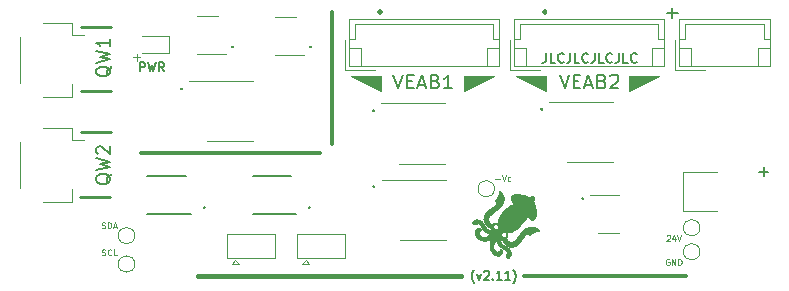
<source format=gbr>
G04 #@! TF.GenerationSoftware,KiCad,Pcbnew,6.0.4-6f826c9f35~116~ubuntu21.10.1*
G04 #@! TF.CreationDate,2022-07-14T08:28:50+02:00*
G04 #@! TF.ProjectId,Raspberry Pi Zero W,52617370-6265-4727-9279-205069205a65,1.0.8*
G04 #@! TF.SameCoordinates,Original*
G04 #@! TF.FileFunction,Legend,Top*
G04 #@! TF.FilePolarity,Positive*
%FSLAX46Y46*%
G04 Gerber Fmt 4.6, Leading zero omitted, Abs format (unit mm)*
G04 Created by KiCad (PCBNEW 6.0.4-6f826c9f35~116~ubuntu21.10.1) date 2022-07-14 08:28:50*
%MOMM*%
%LPD*%
G01*
G04 APERTURE LIST*
%ADD10C,0.100000*%
%ADD11C,0.250000*%
%ADD12C,0.400000*%
%ADD13C,0.300000*%
%ADD14C,0.200000*%
%ADD15C,0.150000*%
%ADD16C,0.120000*%
%ADD17C,0.010000*%
G04 APERTURE END LIST*
D10*
G36*
X146685000Y-101219000D02*
G01*
X144145000Y-99949000D01*
X146685000Y-99949000D01*
X146685000Y-101219000D01*
G37*
X146685000Y-101219000D02*
X144145000Y-99949000D01*
X146685000Y-99949000D01*
X146685000Y-101219000D01*
D11*
X121285000Y-101219000D02*
X123825000Y-101219000D01*
X121285000Y-104648000D02*
X123825000Y-104648000D01*
D12*
X131191000Y-116840000D02*
X153416000Y-116840000D01*
D10*
G36*
X167640000Y-101219000D02*
G01*
X167640000Y-99949000D01*
X170180000Y-99949000D01*
X167640000Y-101219000D01*
G37*
X167640000Y-101219000D02*
X167640000Y-99949000D01*
X170180000Y-99949000D01*
X167640000Y-101219000D01*
D13*
X158750000Y-116840000D02*
X172466000Y-116840000D01*
D10*
G36*
X160655000Y-101219000D02*
G01*
X158115000Y-99949000D01*
X160655000Y-99949000D01*
X160655000Y-101219000D01*
G37*
X160655000Y-101219000D02*
X158115000Y-99949000D01*
X160655000Y-99949000D01*
X160655000Y-101219000D01*
D13*
X126365000Y-106426000D02*
X141478000Y-106426000D01*
D11*
X121285000Y-95758000D02*
X123825000Y-95758000D01*
D10*
G36*
X153670000Y-101219000D02*
G01*
X153670000Y-99949000D01*
X156210000Y-99949000D01*
X153670000Y-101219000D01*
G37*
X153670000Y-101219000D02*
X153670000Y-99949000D01*
X156210000Y-99949000D01*
X153670000Y-101219000D01*
D11*
X121221500Y-110172500D02*
X123761500Y-110172500D01*
D13*
X142494000Y-94488000D02*
X142494000Y-105664000D01*
D10*
X171069047Y-115447000D02*
X171021428Y-115423190D01*
X170950000Y-115423190D01*
X170878571Y-115447000D01*
X170830952Y-115494619D01*
X170807142Y-115542238D01*
X170783333Y-115637476D01*
X170783333Y-115708904D01*
X170807142Y-115804142D01*
X170830952Y-115851761D01*
X170878571Y-115899380D01*
X170950000Y-115923190D01*
X170997619Y-115923190D01*
X171069047Y-115899380D01*
X171092857Y-115875571D01*
X171092857Y-115708904D01*
X170997619Y-115708904D01*
X171307142Y-115923190D02*
X171307142Y-115423190D01*
X171592857Y-115923190D01*
X171592857Y-115423190D01*
X171830952Y-115923190D02*
X171830952Y-115423190D01*
X171950000Y-115423190D01*
X172021428Y-115447000D01*
X172069047Y-115494619D01*
X172092857Y-115542238D01*
X172116666Y-115637476D01*
X172116666Y-115708904D01*
X172092857Y-115804142D01*
X172069047Y-115851761D01*
X172021428Y-115899380D01*
X171950000Y-115923190D01*
X171830952Y-115923190D01*
D14*
X146050000Y-109196142D02*
X146097619Y-109243761D01*
X146050000Y-109291380D01*
X146002380Y-109243761D01*
X146050000Y-109196142D01*
X146050000Y-109291380D01*
D10*
X123039261Y-115073880D02*
X123110690Y-115097690D01*
X123229738Y-115097690D01*
X123277357Y-115073880D01*
X123301166Y-115050071D01*
X123324976Y-115002452D01*
X123324976Y-114954833D01*
X123301166Y-114907214D01*
X123277357Y-114883404D01*
X123229738Y-114859595D01*
X123134500Y-114835785D01*
X123086880Y-114811976D01*
X123063071Y-114788166D01*
X123039261Y-114740547D01*
X123039261Y-114692928D01*
X123063071Y-114645309D01*
X123086880Y-114621500D01*
X123134500Y-114597690D01*
X123253547Y-114597690D01*
X123324976Y-114621500D01*
X123824976Y-115050071D02*
X123801166Y-115073880D01*
X123729738Y-115097690D01*
X123682119Y-115097690D01*
X123610690Y-115073880D01*
X123563071Y-115026261D01*
X123539261Y-114978642D01*
X123515452Y-114883404D01*
X123515452Y-114811976D01*
X123539261Y-114716738D01*
X123563071Y-114669119D01*
X123610690Y-114621500D01*
X123682119Y-114597690D01*
X123729738Y-114597690D01*
X123801166Y-114621500D01*
X123824976Y-114645309D01*
X124277357Y-115097690D02*
X124039261Y-115097690D01*
X124039261Y-114597690D01*
X126269714Y-98351571D02*
X125698285Y-98351571D01*
X125984000Y-98637285D02*
X125984000Y-98065857D01*
D14*
X134112000Y-97385142D02*
X134064380Y-97432761D01*
X134112000Y-97480380D01*
X134159619Y-97432761D01*
X134112000Y-97385142D01*
X134112000Y-97480380D01*
X131699000Y-110974142D02*
X131651380Y-111021761D01*
X131699000Y-111069380D01*
X131746619Y-111021761D01*
X131699000Y-110974142D01*
X131699000Y-111069380D01*
X140716000Y-97385142D02*
X140668380Y-97432761D01*
X140716000Y-97480380D01*
X140763619Y-97432761D01*
X140716000Y-97385142D01*
X140716000Y-97480380D01*
X161818952Y-99827238D02*
X162202285Y-100977238D01*
X162585619Y-99827238D01*
X162968952Y-100374857D02*
X163352285Y-100374857D01*
X163516571Y-100977238D02*
X162968952Y-100977238D01*
X162968952Y-99827238D01*
X163516571Y-99827238D01*
X163954666Y-100648666D02*
X164502285Y-100648666D01*
X163845142Y-100977238D02*
X164228476Y-99827238D01*
X164611809Y-100977238D01*
X165378476Y-100374857D02*
X165542761Y-100429619D01*
X165597523Y-100484380D01*
X165652285Y-100593904D01*
X165652285Y-100758190D01*
X165597523Y-100867714D01*
X165542761Y-100922476D01*
X165433238Y-100977238D01*
X164995142Y-100977238D01*
X164995142Y-99827238D01*
X165378476Y-99827238D01*
X165488000Y-99882000D01*
X165542761Y-99936761D01*
X165597523Y-100046285D01*
X165597523Y-100155809D01*
X165542761Y-100265333D01*
X165488000Y-100320095D01*
X165378476Y-100374857D01*
X164995142Y-100374857D01*
X166090380Y-99936761D02*
X166145142Y-99882000D01*
X166254666Y-99827238D01*
X166528476Y-99827238D01*
X166638000Y-99882000D01*
X166692761Y-99936761D01*
X166747523Y-100046285D01*
X166747523Y-100155809D01*
X166692761Y-100320095D01*
X166035619Y-100977238D01*
X166747523Y-100977238D01*
X145999200Y-102820742D02*
X146046819Y-102868361D01*
X145999200Y-102915980D01*
X145951580Y-102868361D01*
X145999200Y-102820742D01*
X145999200Y-102915980D01*
D10*
X156352952Y-108620714D02*
X156733904Y-108620714D01*
X156900571Y-108311190D02*
X157067238Y-108811190D01*
X157233904Y-108311190D01*
X157614857Y-108787380D02*
X157567238Y-108811190D01*
X157472000Y-108811190D01*
X157424380Y-108787380D01*
X157400571Y-108763571D01*
X157376761Y-108715952D01*
X157376761Y-108573095D01*
X157400571Y-108525476D01*
X157424380Y-108501666D01*
X157472000Y-108477857D01*
X157567238Y-108477857D01*
X157614857Y-108501666D01*
D14*
X160274000Y-102668342D02*
X160226380Y-102715961D01*
X160274000Y-102763580D01*
X160321619Y-102715961D01*
X160274000Y-102668342D01*
X160274000Y-102763580D01*
X129794000Y-100941142D02*
X129746380Y-100988761D01*
X129794000Y-101036380D01*
X129841619Y-100988761D01*
X129794000Y-100941142D01*
X129794000Y-101036380D01*
X123819761Y-108208666D02*
X123765000Y-108318190D01*
X123655476Y-108427714D01*
X123491190Y-108592000D01*
X123436428Y-108701523D01*
X123436428Y-108811047D01*
X123710238Y-108756285D02*
X123655476Y-108865809D01*
X123545952Y-108975333D01*
X123326904Y-109030095D01*
X122943571Y-109030095D01*
X122724523Y-108975333D01*
X122615000Y-108865809D01*
X122560238Y-108756285D01*
X122560238Y-108537238D01*
X122615000Y-108427714D01*
X122724523Y-108318190D01*
X122943571Y-108263428D01*
X123326904Y-108263428D01*
X123545952Y-108318190D01*
X123655476Y-108427714D01*
X123710238Y-108537238D01*
X123710238Y-108756285D01*
X122560238Y-107880095D02*
X123710238Y-107606285D01*
X122888809Y-107387238D01*
X123710238Y-107168190D01*
X122560238Y-106894380D01*
X122669761Y-106511047D02*
X122615000Y-106456285D01*
X122560238Y-106346761D01*
X122560238Y-106072952D01*
X122615000Y-105963428D01*
X122669761Y-105908666D01*
X122779285Y-105853904D01*
X122888809Y-105853904D01*
X123053095Y-105908666D01*
X123710238Y-106565809D01*
X123710238Y-105853904D01*
D10*
X123027357Y-112787880D02*
X123098785Y-112811690D01*
X123217833Y-112811690D01*
X123265452Y-112787880D01*
X123289261Y-112764071D01*
X123313071Y-112716452D01*
X123313071Y-112668833D01*
X123289261Y-112621214D01*
X123265452Y-112597404D01*
X123217833Y-112573595D01*
X123122595Y-112549785D01*
X123074976Y-112525976D01*
X123051166Y-112502166D01*
X123027357Y-112454547D01*
X123027357Y-112406928D01*
X123051166Y-112359309D01*
X123074976Y-112335500D01*
X123122595Y-112311690D01*
X123241642Y-112311690D01*
X123313071Y-112335500D01*
X123527357Y-112811690D02*
X123527357Y-112311690D01*
X123646404Y-112311690D01*
X123717833Y-112335500D01*
X123765452Y-112383119D01*
X123789261Y-112430738D01*
X123813071Y-112525976D01*
X123813071Y-112597404D01*
X123789261Y-112692642D01*
X123765452Y-112740261D01*
X123717833Y-112787880D01*
X123646404Y-112811690D01*
X123527357Y-112811690D01*
X124003547Y-112668833D02*
X124241642Y-112668833D01*
X123955928Y-112811690D02*
X124122595Y-112311690D01*
X124289261Y-112811690D01*
X170854761Y-113438809D02*
X170878571Y-113415000D01*
X170926190Y-113391190D01*
X171045238Y-113391190D01*
X171092857Y-113415000D01*
X171116666Y-113438809D01*
X171140476Y-113486428D01*
X171140476Y-113534047D01*
X171116666Y-113605476D01*
X170830952Y-113891190D01*
X171140476Y-113891190D01*
X171569047Y-113557857D02*
X171569047Y-113891190D01*
X171450000Y-113367380D02*
X171330952Y-113724523D01*
X171640476Y-113724523D01*
X171759523Y-113391190D02*
X171926190Y-113891190D01*
X172092857Y-113391190D01*
D13*
X160515300Y-94424274D02*
X160586728Y-94495702D01*
X160515300Y-94567131D01*
X160443871Y-94495702D01*
X160515300Y-94424274D01*
X160515300Y-94567131D01*
D15*
X126254000Y-99526285D02*
X126254000Y-98776285D01*
X126539714Y-98776285D01*
X126611142Y-98812000D01*
X126646857Y-98847714D01*
X126682571Y-98919142D01*
X126682571Y-99026285D01*
X126646857Y-99097714D01*
X126611142Y-99133428D01*
X126539714Y-99169142D01*
X126254000Y-99169142D01*
X126932571Y-98776285D02*
X127111142Y-99526285D01*
X127254000Y-98990571D01*
X127396857Y-99526285D01*
X127575428Y-98776285D01*
X128289714Y-99526285D02*
X128039714Y-99169142D01*
X127861142Y-99526285D02*
X127861142Y-98776285D01*
X128146857Y-98776285D01*
X128218285Y-98812000D01*
X128254000Y-98847714D01*
X128289714Y-98919142D01*
X128289714Y-99026285D01*
X128254000Y-99097714D01*
X128218285Y-99133428D01*
X128146857Y-99169142D01*
X127861142Y-99169142D01*
X179450952Y-108021428D02*
X178689047Y-108021428D01*
X179070000Y-108402380D02*
X179070000Y-107640476D01*
D14*
X163728400Y-110237542D02*
X163680780Y-110285161D01*
X163728400Y-110332780D01*
X163776019Y-110285161D01*
X163728400Y-110237542D01*
X163728400Y-110332780D01*
D15*
X160642761Y-97986904D02*
X160642761Y-98558333D01*
X160604666Y-98672619D01*
X160528476Y-98748809D01*
X160414190Y-98786904D01*
X160338000Y-98786904D01*
X161404666Y-98786904D02*
X161023714Y-98786904D01*
X161023714Y-97986904D01*
X162128476Y-98710714D02*
X162090380Y-98748809D01*
X161976095Y-98786904D01*
X161899904Y-98786904D01*
X161785619Y-98748809D01*
X161709428Y-98672619D01*
X161671333Y-98596428D01*
X161633238Y-98444047D01*
X161633238Y-98329761D01*
X161671333Y-98177380D01*
X161709428Y-98101190D01*
X161785619Y-98025000D01*
X161899904Y-97986904D01*
X161976095Y-97986904D01*
X162090380Y-98025000D01*
X162128476Y-98063095D01*
X162699904Y-97986904D02*
X162699904Y-98558333D01*
X162661809Y-98672619D01*
X162585619Y-98748809D01*
X162471333Y-98786904D01*
X162395142Y-98786904D01*
X163461809Y-98786904D02*
X163080857Y-98786904D01*
X163080857Y-97986904D01*
X164185619Y-98710714D02*
X164147523Y-98748809D01*
X164033238Y-98786904D01*
X163957047Y-98786904D01*
X163842761Y-98748809D01*
X163766571Y-98672619D01*
X163728476Y-98596428D01*
X163690380Y-98444047D01*
X163690380Y-98329761D01*
X163728476Y-98177380D01*
X163766571Y-98101190D01*
X163842761Y-98025000D01*
X163957047Y-97986904D01*
X164033238Y-97986904D01*
X164147523Y-98025000D01*
X164185619Y-98063095D01*
X164757047Y-97986904D02*
X164757047Y-98558333D01*
X164718952Y-98672619D01*
X164642761Y-98748809D01*
X164528476Y-98786904D01*
X164452285Y-98786904D01*
X165518952Y-98786904D02*
X165138000Y-98786904D01*
X165138000Y-97986904D01*
X166242761Y-98710714D02*
X166204666Y-98748809D01*
X166090380Y-98786904D01*
X166014190Y-98786904D01*
X165899904Y-98748809D01*
X165823714Y-98672619D01*
X165785619Y-98596428D01*
X165747523Y-98444047D01*
X165747523Y-98329761D01*
X165785619Y-98177380D01*
X165823714Y-98101190D01*
X165899904Y-98025000D01*
X166014190Y-97986904D01*
X166090380Y-97986904D01*
X166204666Y-98025000D01*
X166242761Y-98063095D01*
X166814190Y-97986904D02*
X166814190Y-98558333D01*
X166776095Y-98672619D01*
X166699904Y-98748809D01*
X166585619Y-98786904D01*
X166509428Y-98786904D01*
X167576095Y-98786904D02*
X167195142Y-98786904D01*
X167195142Y-97986904D01*
X168299904Y-98710714D02*
X168261809Y-98748809D01*
X168147523Y-98786904D01*
X168071333Y-98786904D01*
X167957047Y-98748809D01*
X167880857Y-98672619D01*
X167842761Y-98596428D01*
X167804666Y-98444047D01*
X167804666Y-98329761D01*
X167842761Y-98177380D01*
X167880857Y-98101190D01*
X167957047Y-98025000D01*
X168071333Y-97986904D01*
X168147523Y-97986904D01*
X168261809Y-98025000D01*
X168299904Y-98063095D01*
X154567142Y-117465000D02*
X154531428Y-117429285D01*
X154460000Y-117322142D01*
X154424285Y-117250714D01*
X154388571Y-117143571D01*
X154352857Y-116965000D01*
X154352857Y-116822142D01*
X154388571Y-116643571D01*
X154424285Y-116536428D01*
X154460000Y-116465000D01*
X154531428Y-116357857D01*
X154567142Y-116322142D01*
X154781428Y-116679285D02*
X154960000Y-117179285D01*
X155138571Y-116679285D01*
X155388571Y-116500714D02*
X155424285Y-116465000D01*
X155495714Y-116429285D01*
X155674285Y-116429285D01*
X155745714Y-116465000D01*
X155781428Y-116500714D01*
X155817142Y-116572142D01*
X155817142Y-116643571D01*
X155781428Y-116750714D01*
X155352857Y-117179285D01*
X155817142Y-117179285D01*
X156138571Y-117107857D02*
X156174285Y-117143571D01*
X156138571Y-117179285D01*
X156102857Y-117143571D01*
X156138571Y-117107857D01*
X156138571Y-117179285D01*
X156888571Y-117179285D02*
X156460000Y-117179285D01*
X156674285Y-117179285D02*
X156674285Y-116429285D01*
X156602857Y-116536428D01*
X156531428Y-116607857D01*
X156460000Y-116643571D01*
X157602857Y-117179285D02*
X157174285Y-117179285D01*
X157388571Y-117179285D02*
X157388571Y-116429285D01*
X157317142Y-116536428D01*
X157245714Y-116607857D01*
X157174285Y-116643571D01*
X157852857Y-117465000D02*
X157888571Y-117429285D01*
X157960000Y-117322142D01*
X157995714Y-117250714D01*
X158031428Y-117143571D01*
X158067142Y-116965000D01*
X158067142Y-116822142D01*
X158031428Y-116643571D01*
X157995714Y-116536428D01*
X157960000Y-116465000D01*
X157888571Y-116357857D01*
X157852857Y-116322142D01*
D14*
X123819761Y-99115466D02*
X123765000Y-99224990D01*
X123655476Y-99334514D01*
X123491190Y-99498800D01*
X123436428Y-99608323D01*
X123436428Y-99717847D01*
X123710238Y-99663085D02*
X123655476Y-99772609D01*
X123545952Y-99882133D01*
X123326904Y-99936895D01*
X122943571Y-99936895D01*
X122724523Y-99882133D01*
X122615000Y-99772609D01*
X122560238Y-99663085D01*
X122560238Y-99444038D01*
X122615000Y-99334514D01*
X122724523Y-99224990D01*
X122943571Y-99170228D01*
X123326904Y-99170228D01*
X123545952Y-99224990D01*
X123655476Y-99334514D01*
X123710238Y-99444038D01*
X123710238Y-99663085D01*
X122560238Y-98786895D02*
X123710238Y-98513085D01*
X122888809Y-98294038D01*
X123710238Y-98074990D01*
X122560238Y-97801180D01*
X123710238Y-96760704D02*
X123710238Y-97417847D01*
X123710238Y-97089276D02*
X122560238Y-97089276D01*
X122724523Y-97198800D01*
X122834047Y-97308323D01*
X122888809Y-97417847D01*
X147721952Y-99827238D02*
X148105285Y-100977238D01*
X148488619Y-99827238D01*
X148871952Y-100374857D02*
X149255285Y-100374857D01*
X149419571Y-100977238D02*
X148871952Y-100977238D01*
X148871952Y-99827238D01*
X149419571Y-99827238D01*
X149857666Y-100648666D02*
X150405285Y-100648666D01*
X149748142Y-100977238D02*
X150131476Y-99827238D01*
X150514809Y-100977238D01*
X151281476Y-100374857D02*
X151445761Y-100429619D01*
X151500523Y-100484380D01*
X151555285Y-100593904D01*
X151555285Y-100758190D01*
X151500523Y-100867714D01*
X151445761Y-100922476D01*
X151336238Y-100977238D01*
X150898142Y-100977238D01*
X150898142Y-99827238D01*
X151281476Y-99827238D01*
X151391000Y-99882000D01*
X151445761Y-99936761D01*
X151500523Y-100046285D01*
X151500523Y-100155809D01*
X151445761Y-100265333D01*
X151391000Y-100320095D01*
X151281476Y-100374857D01*
X150898142Y-100374857D01*
X152650523Y-100977238D02*
X151993380Y-100977238D01*
X152321952Y-100977238D02*
X152321952Y-99827238D01*
X152212428Y-99991523D01*
X152102904Y-100101047D01*
X151993380Y-100155809D01*
X140589000Y-110974142D02*
X140541380Y-111021761D01*
X140589000Y-111069380D01*
X140636619Y-111021761D01*
X140589000Y-110974142D01*
X140589000Y-111069380D01*
D13*
X146558000Y-94409034D02*
X146629428Y-94480462D01*
X146558000Y-94551891D01*
X146486571Y-94480462D01*
X146558000Y-94409034D01*
X146558000Y-94551891D01*
D14*
X170897604Y-94582842D02*
X171773795Y-94582842D01*
X171335700Y-95020938D02*
X171335700Y-94144747D01*
D16*
X133858000Y-100310000D02*
X135808000Y-100310000D01*
X133858000Y-105430000D02*
X135808000Y-105430000D01*
X133858000Y-105430000D02*
X131908000Y-105430000D01*
X133858000Y-100310000D02*
X130408000Y-100310000D01*
X131096000Y-98064000D02*
X133546000Y-98064000D01*
X132896000Y-94844000D02*
X131096000Y-94844000D01*
X120530000Y-101662000D02*
X120530000Y-100612000D01*
X118030000Y-101662000D02*
X120530000Y-101662000D01*
X120530000Y-95442000D02*
X120530000Y-96492000D01*
X118030000Y-95442000D02*
X120530000Y-95442000D01*
X116060000Y-96612000D02*
X116060000Y-100492000D01*
X120530000Y-96492000D02*
X121520000Y-96492000D01*
X120530000Y-104332000D02*
X120530000Y-105382000D01*
X118030000Y-110552000D02*
X120530000Y-110552000D01*
X120530000Y-110552000D02*
X120530000Y-109502000D01*
X120530000Y-105382000D02*
X121520000Y-105382000D01*
X118030000Y-104332000D02*
X120530000Y-104332000D01*
X116060000Y-105502000D02*
X116060000Y-109382000D01*
X137686000Y-113300000D02*
X137686000Y-115300000D01*
X133586000Y-113300000D02*
X137686000Y-113300000D01*
X134336000Y-115500000D02*
X134036000Y-115800000D01*
X133586000Y-115300000D02*
X133586000Y-113300000D01*
X137686000Y-115300000D02*
X133586000Y-115300000D01*
X134036000Y-115800000D02*
X134636000Y-115800000D01*
X134336000Y-115500000D02*
X134636000Y-115800000D01*
X139500000Y-94910000D02*
X137700000Y-94910000D01*
X137700000Y-98130000D02*
X140150000Y-98130000D01*
D15*
X139039000Y-108357000D02*
X135789000Y-108357000D01*
X139446000Y-111607000D02*
X135789000Y-111607000D01*
X130140000Y-108357000D02*
X126890000Y-108357000D01*
X130547000Y-111607000D02*
X126890000Y-111607000D01*
D16*
X156668000Y-99084000D02*
X156668000Y-95064000D01*
X143648000Y-96884000D02*
X143648000Y-99384000D01*
X144948000Y-97584000D02*
X144948000Y-99084000D01*
X143948000Y-97584000D02*
X144948000Y-97584000D01*
X156668000Y-95064000D02*
X143948000Y-95064000D01*
X144448000Y-95564000D02*
X156168000Y-95564000D01*
X156668000Y-97584000D02*
X155668000Y-97584000D01*
X156168000Y-95564000D02*
X156168000Y-96774000D01*
X156168000Y-96774000D02*
X156668000Y-96774000D01*
X143948000Y-99084000D02*
X156668000Y-99084000D01*
X144448000Y-96774000D02*
X144448000Y-95564000D01*
X155668000Y-97584000D02*
X155668000Y-99084000D01*
X143948000Y-96774000D02*
X144448000Y-96774000D01*
X143948000Y-95064000D02*
X143948000Y-99084000D01*
X143648000Y-99384000D02*
X146148000Y-99384000D01*
X170131000Y-95564000D02*
X170131000Y-96774000D01*
X158411000Y-96774000D02*
X158411000Y-95564000D01*
X157911000Y-96774000D02*
X158411000Y-96774000D01*
X157911000Y-99084000D02*
X170631000Y-99084000D01*
X157911000Y-95064000D02*
X157911000Y-99084000D01*
X169631000Y-97584000D02*
X169631000Y-99084000D01*
X158911000Y-97584000D02*
X158911000Y-99084000D01*
X157611000Y-96884000D02*
X157611000Y-99384000D01*
X158411000Y-95564000D02*
X170131000Y-95564000D01*
X170131000Y-96774000D02*
X170631000Y-96774000D01*
X170631000Y-99084000D02*
X170631000Y-95064000D01*
X157911000Y-97584000D02*
X158911000Y-97584000D01*
X170631000Y-95064000D02*
X157911000Y-95064000D01*
X157611000Y-99384000D02*
X160111000Y-99384000D01*
X170631000Y-97584000D02*
X169631000Y-97584000D01*
X140305000Y-115500000D02*
X140005000Y-115800000D01*
X139555000Y-113300000D02*
X143655000Y-113300000D01*
X140305000Y-115500000D02*
X140605000Y-115800000D01*
X143655000Y-115300000D02*
X139555000Y-115300000D01*
X139555000Y-115300000D02*
X139555000Y-113300000D01*
X140005000Y-115800000D02*
X140605000Y-115800000D01*
X143655000Y-113300000D02*
X143655000Y-115300000D01*
X173674000Y-112776000D02*
G75*
G03*
X173674000Y-112776000I-700000J0D01*
G01*
X165025500Y-113179500D02*
X166825500Y-113179500D01*
X166825500Y-109959500D02*
X164375500Y-109959500D01*
X172241000Y-108078000D02*
X175133000Y-108078000D01*
X172241000Y-108078000D02*
X172241000Y-111378000D01*
X172241000Y-111378000D02*
X175133000Y-111378000D01*
X179608000Y-95064000D02*
X171888000Y-95064000D01*
X178608000Y-97584000D02*
X178608000Y-99084000D01*
X172388000Y-95564000D02*
X179108000Y-95564000D01*
X171888000Y-97584000D02*
X172888000Y-97584000D01*
X179108000Y-95564000D02*
X179108000Y-96774000D01*
X171888000Y-99084000D02*
X179608000Y-99084000D01*
X171588000Y-99384000D02*
X174088000Y-99384000D01*
X172388000Y-96774000D02*
X172388000Y-95564000D01*
X172888000Y-97584000D02*
X172888000Y-99084000D01*
X171588000Y-96884000D02*
X171588000Y-99384000D01*
X179608000Y-97584000D02*
X178608000Y-97584000D01*
X171888000Y-96774000D02*
X172388000Y-96774000D01*
X171888000Y-95064000D02*
X171888000Y-99084000D01*
X179608000Y-99084000D02*
X179608000Y-95064000D01*
X179108000Y-96774000D02*
X179608000Y-96774000D01*
X173674000Y-114808000D02*
G75*
G03*
X173674000Y-114808000I-700000J0D01*
G01*
X126454000Y-98017000D02*
X128739000Y-98017000D01*
X128739000Y-98017000D02*
X128739000Y-96547000D01*
X128739000Y-96547000D02*
X126454000Y-96547000D01*
X150241000Y-108692000D02*
X146791000Y-108692000D01*
X150241000Y-113812000D02*
X148291000Y-113812000D01*
X150241000Y-108692000D02*
X152191000Y-108692000D01*
X150241000Y-113812000D02*
X152191000Y-113812000D01*
G36*
X155840276Y-113313312D02*
G01*
X155852673Y-113291654D01*
X155860470Y-113273457D01*
X155862867Y-113261065D01*
X155860199Y-113250738D01*
X155851806Y-113241904D01*
X155837104Y-113234315D01*
X155815507Y-113227721D01*
X155786431Y-113221874D01*
X155762133Y-113218204D01*
X155704803Y-113209110D01*
X155654529Y-113198246D01*
X155609997Y-113185120D01*
X155569895Y-113169238D01*
X155532908Y-113150107D01*
X155497722Y-113127234D01*
X155476035Y-113110797D01*
X155455293Y-113092959D01*
X155431083Y-113070042D01*
X155405013Y-113043746D01*
X155378693Y-113015768D01*
X155353731Y-112987807D01*
X155331736Y-112961559D01*
X155318543Y-112944546D01*
X155301405Y-112920938D01*
X155285025Y-112897255D01*
X155268669Y-112872309D01*
X155251601Y-112844913D01*
X155233087Y-112813878D01*
X155212392Y-112778018D01*
X155188779Y-112736144D01*
X155181491Y-112723083D01*
X155154774Y-112675753D01*
X155130979Y-112635137D01*
X155109420Y-112600287D01*
X155089413Y-112570258D01*
X155070271Y-112544102D01*
X155051310Y-112520872D01*
X155031844Y-112499623D01*
X155011188Y-112479408D01*
X154993711Y-112463662D01*
X154963341Y-112439884D01*
X154933307Y-112422480D01*
X154902416Y-112411248D01*
X154869476Y-112405985D01*
X154833292Y-112406488D01*
X154792670Y-112412554D01*
X154751617Y-112422524D01*
X154714472Y-112432760D01*
X154684287Y-112440933D01*
X154659879Y-112447295D01*
X154640066Y-112452100D01*
X154623664Y-112455600D01*
X154609489Y-112458049D01*
X154596359Y-112459700D01*
X154583091Y-112460805D01*
X154568928Y-112461597D01*
X154547674Y-112462465D01*
X154532662Y-112462478D01*
X154521687Y-112461392D01*
X154512546Y-112458962D01*
X154503036Y-112454943D01*
X154501195Y-112454070D01*
X154480623Y-112441246D01*
X154459766Y-112423171D01*
X154440816Y-112402182D01*
X154425967Y-112380615D01*
X154419353Y-112366868D01*
X154411826Y-112335413D01*
X154412512Y-112303292D01*
X154421224Y-112270909D01*
X154437778Y-112238665D01*
X154461986Y-112206961D01*
X154493663Y-112176199D01*
X154515879Y-112158581D01*
X154567916Y-112125047D01*
X154622577Y-112099487D01*
X154680065Y-112081838D01*
X154740585Y-112072042D01*
X154804338Y-112070038D01*
X154814856Y-112070437D01*
X154879040Y-112076753D01*
X154939327Y-112089671D01*
X154996449Y-112109527D01*
X155051135Y-112136659D01*
X155104117Y-112171402D01*
X155156124Y-112214093D01*
X155183906Y-112240416D01*
X155211610Y-112268849D01*
X155238325Y-112298409D01*
X155264565Y-112329833D01*
X155290847Y-112363862D01*
X155317688Y-112401236D01*
X155345603Y-112442693D01*
X155375109Y-112488974D01*
X155406721Y-112540817D01*
X155440956Y-112598963D01*
X155472627Y-112654112D01*
X155497568Y-112697217D01*
X155519637Y-112733672D01*
X155539533Y-112764508D01*
X155557952Y-112790751D01*
X155575592Y-112813430D01*
X155593152Y-112833575D01*
X155597570Y-112838291D01*
X155632141Y-112871980D01*
X155665368Y-112898492D01*
X155698539Y-112918696D01*
X155732943Y-112933464D01*
X155743656Y-112936952D01*
X155781087Y-112944255D01*
X155821869Y-112944913D01*
X155864382Y-112939132D01*
X155907004Y-112927117D01*
X155943381Y-112911519D01*
X155964997Y-112899234D01*
X155983799Y-112885962D01*
X155998132Y-112873025D01*
X156006339Y-112861743D01*
X156006631Y-112861074D01*
X156009070Y-112853379D01*
X156009197Y-112846227D01*
X156006351Y-112839081D01*
X155999871Y-112831403D01*
X155989097Y-112822655D01*
X155973367Y-112812298D01*
X155952019Y-112799797D01*
X155924395Y-112784611D01*
X155890383Y-112766497D01*
X155841805Y-112740429D01*
X155799717Y-112716786D01*
X155762837Y-112694631D01*
X155752334Y-112687745D01*
X156149044Y-112687745D01*
X156150647Y-112703457D01*
X156159811Y-112742024D01*
X156175884Y-112778931D01*
X156197821Y-112812468D01*
X156224578Y-112840925D01*
X156243550Y-112855549D01*
X156283129Y-112877316D01*
X156324090Y-112890757D01*
X156366221Y-112895837D01*
X156409311Y-112892527D01*
X156440261Y-112885098D01*
X156477746Y-112869322D01*
X156511311Y-112846705D01*
X156540238Y-112818243D01*
X156563808Y-112784934D01*
X156581303Y-112747775D01*
X156592005Y-112707762D01*
X156595234Y-112670066D01*
X156593181Y-112647693D01*
X156587658Y-112621489D01*
X156579619Y-112594841D01*
X156570015Y-112571139D01*
X156564464Y-112560673D01*
X156539341Y-112526526D01*
X156508609Y-112497854D01*
X156473412Y-112475314D01*
X156434897Y-112459561D01*
X156394207Y-112451254D01*
X156371717Y-112450095D01*
X156329811Y-112454175D01*
X156290599Y-112465666D01*
X156254765Y-112483785D01*
X156222994Y-112507747D01*
X156195971Y-112536767D01*
X156174380Y-112570062D01*
X156158905Y-112606846D01*
X156150232Y-112646336D01*
X156149044Y-112687745D01*
X155752334Y-112687745D01*
X155729884Y-112673027D01*
X155699576Y-112651039D01*
X155670633Y-112627731D01*
X155641771Y-112602167D01*
X155611711Y-112573411D01*
X155579170Y-112540526D01*
X155574757Y-112535969D01*
X155519278Y-112474952D01*
X155471873Y-112414989D01*
X155432282Y-112355641D01*
X155400246Y-112296469D01*
X155375505Y-112237034D01*
X155357799Y-112176895D01*
X155354981Y-112164283D01*
X155349098Y-112128564D01*
X155345086Y-112087422D01*
X155343067Y-112043716D01*
X155343163Y-112000305D01*
X155345495Y-111960051D01*
X155346045Y-111954473D01*
X155356383Y-111882331D01*
X155372194Y-111812844D01*
X155393750Y-111745596D01*
X155421327Y-111680175D01*
X155455197Y-111616167D01*
X155495634Y-111553158D01*
X155542913Y-111490735D01*
X155597308Y-111428483D01*
X155659092Y-111365989D01*
X155728539Y-111302840D01*
X155805924Y-111238621D01*
X155835350Y-111215493D01*
X155855653Y-111199949D01*
X155877800Y-111183414D01*
X155902491Y-111165390D01*
X155930425Y-111145386D01*
X155962299Y-111122904D01*
X155998814Y-111097452D01*
X156040667Y-111068534D01*
X156088556Y-111035655D01*
X156112633Y-111019182D01*
X156165946Y-110982248D01*
X156212459Y-110948881D01*
X156252771Y-110918526D01*
X156287480Y-110890633D01*
X156317184Y-110864647D01*
X156342481Y-110840016D01*
X156363969Y-110816187D01*
X156382246Y-110792608D01*
X156397910Y-110768725D01*
X156411559Y-110743985D01*
X156412628Y-110741859D01*
X156425543Y-110713675D01*
X156433673Y-110689573D01*
X156437615Y-110667098D01*
X156437966Y-110643798D01*
X156437672Y-110639020D01*
X156435518Y-110621457D01*
X156431216Y-110605173D01*
X156423954Y-110588391D01*
X156412923Y-110569334D01*
X156397314Y-110546224D01*
X156391939Y-110538683D01*
X156375012Y-110514321D01*
X156363280Y-110494906D01*
X156356408Y-110478972D01*
X156354061Y-110465054D01*
X156355904Y-110451688D01*
X156361601Y-110437409D01*
X156366615Y-110427997D01*
X156372689Y-110418154D01*
X156382850Y-110402733D01*
X156396220Y-110383017D01*
X156411925Y-110360290D01*
X156429090Y-110335833D01*
X156439640Y-110320981D01*
X156471091Y-110276270D01*
X156498006Y-110236486D01*
X156521326Y-110200105D01*
X156541996Y-110165601D01*
X156560958Y-110131448D01*
X156579156Y-110096120D01*
X156581167Y-110092066D01*
X156606137Y-110037891D01*
X156625530Y-109986905D01*
X156639982Y-109936663D01*
X156650127Y-109884719D01*
X156656603Y-109828627D01*
X156658959Y-109792588D01*
X156660994Y-109758031D01*
X156663486Y-109731036D01*
X156666820Y-109710700D01*
X156671382Y-109696118D01*
X156677558Y-109686386D01*
X156685734Y-109680600D01*
X156696296Y-109677856D01*
X156708197Y-109677241D01*
X156729605Y-109680642D01*
X156753318Y-109690895D01*
X156779711Y-109708227D01*
X156809162Y-109732866D01*
X156825379Y-109748219D01*
X156870655Y-109797802D01*
X156912455Y-109854001D01*
X156950057Y-109915427D01*
X156982743Y-109980690D01*
X157009793Y-110048401D01*
X157030485Y-110117170D01*
X157040459Y-110163281D01*
X157044428Y-110191858D01*
X157047348Y-110226478D01*
X157049178Y-110264777D01*
X157049881Y-110304389D01*
X157049416Y-110342952D01*
X157047745Y-110378101D01*
X157044829Y-110407472D01*
X157044531Y-110409566D01*
X157030921Y-110483388D01*
X157011855Y-110557716D01*
X156987952Y-110630885D01*
X156959826Y-110701229D01*
X156928095Y-110767082D01*
X156893375Y-110826778D01*
X156885969Y-110838066D01*
X156858985Y-110876638D01*
X156829886Y-110914819D01*
X156798245Y-110953002D01*
X156763631Y-110991579D01*
X156725616Y-111030940D01*
X156683770Y-111071477D01*
X156637665Y-111113581D01*
X156586871Y-111157645D01*
X156530959Y-111204059D01*
X156469500Y-111253214D01*
X156402066Y-111305503D01*
X156328226Y-111361317D01*
X156247552Y-111421047D01*
X156244278Y-111423449D01*
X156189635Y-111463737D01*
X156141375Y-111499797D01*
X156098862Y-111532141D01*
X156061462Y-111561277D01*
X156028538Y-111587716D01*
X155999456Y-111611968D01*
X155973582Y-111634544D01*
X155950280Y-111655953D01*
X155928914Y-111676706D01*
X155928350Y-111677270D01*
X155878974Y-111730179D01*
X155837640Y-111782211D01*
X155804054Y-111833955D01*
X155777919Y-111886002D01*
X155758940Y-111938940D01*
X155746821Y-111993361D01*
X155741267Y-112049854D01*
X155741239Y-112050545D01*
X155741579Y-112098398D01*
X155747039Y-112141577D01*
X155758209Y-112182196D01*
X155775679Y-112222371D01*
X155800042Y-112264215D01*
X155801588Y-112266598D01*
X155816537Y-112287302D01*
X155836121Y-112311190D01*
X155858677Y-112336504D01*
X155882543Y-112361489D01*
X155906056Y-112384388D01*
X155927553Y-112403445D01*
X155941183Y-112414039D01*
X155967896Y-112431152D01*
X155999930Y-112448653D01*
X156034351Y-112465058D01*
X156068223Y-112478884D01*
X156072417Y-112480409D01*
X156106283Y-112492528D01*
X156112526Y-112482922D01*
X156122411Y-112470112D01*
X156137060Y-112454031D01*
X156154519Y-112436564D01*
X156172835Y-112419599D01*
X156190056Y-112405019D01*
X156203225Y-112395351D01*
X156220517Y-112385492D01*
X156241551Y-112375417D01*
X156261925Y-112367225D01*
X156262917Y-112366879D01*
X156278644Y-112361768D01*
X156292340Y-112358384D01*
X156306559Y-112356382D01*
X156323854Y-112355416D01*
X156346781Y-112355141D01*
X156349700Y-112355138D01*
X156372937Y-112355310D01*
X156390374Y-112356106D01*
X156404675Y-112357918D01*
X156418503Y-112361136D01*
X156434522Y-112366154D01*
X156442016Y-112368709D01*
X156459242Y-112374512D01*
X156473572Y-112379079D01*
X156483055Y-112381803D01*
X156485620Y-112382300D01*
X156490159Y-112379634D01*
X156499717Y-112372319D01*
X156513029Y-112361375D01*
X156528828Y-112347825D01*
X156534162Y-112343141D01*
X156578500Y-112303983D01*
X156576815Y-112261650D01*
X156577761Y-112191969D01*
X156586103Y-112119928D01*
X156601909Y-112045191D01*
X156625247Y-111967420D01*
X156648098Y-111905990D01*
X156682884Y-111826795D01*
X156723059Y-111749486D01*
X156769086Y-111673398D01*
X156821428Y-111597864D01*
X156880549Y-111522218D01*
X156946911Y-111445793D01*
X157020977Y-111367925D01*
X157024917Y-111363955D01*
X157108569Y-111283064D01*
X157197743Y-111203145D01*
X157292866Y-111123870D01*
X157394369Y-111044913D01*
X157502682Y-110965946D01*
X157618233Y-110886642D01*
X157741453Y-110806676D01*
X157826905Y-110753548D01*
X157853119Y-110737471D01*
X157876992Y-110722751D01*
X157897562Y-110709989D01*
X157913866Y-110699783D01*
X157924941Y-110692735D01*
X157929825Y-110689443D01*
X157929919Y-110689361D01*
X157928047Y-110685854D01*
X157920364Y-110678944D01*
X157908213Y-110669754D01*
X157898169Y-110662833D01*
X157858798Y-110635045D01*
X157822368Y-110606260D01*
X157790757Y-110578018D01*
X157773976Y-110560999D01*
X157734128Y-110513682D01*
X157701062Y-110465337D01*
X157674855Y-110416484D01*
X157655583Y-110367643D01*
X157643322Y-110319336D01*
X157638149Y-110272082D01*
X157640140Y-110226404D01*
X157649372Y-110182822D01*
X157665920Y-110141856D01*
X157689862Y-110104027D01*
X157704412Y-110086689D01*
X157742668Y-110051091D01*
X157787865Y-110020123D01*
X157839830Y-109993823D01*
X157898391Y-109972229D01*
X157963374Y-109955379D01*
X158034607Y-109943310D01*
X158111918Y-109936060D01*
X158195134Y-109933668D01*
X158284083Y-109936170D01*
X158363887Y-109942157D01*
X158434259Y-109950221D01*
X158506201Y-109961269D01*
X158580444Y-109975488D01*
X158657718Y-109993065D01*
X158738754Y-110014188D01*
X158824282Y-110039044D01*
X158915033Y-110067820D01*
X159011738Y-110100704D01*
X159086204Y-110127299D01*
X159183225Y-110162577D01*
X159234371Y-110150679D01*
X159301982Y-110136093D01*
X159363331Y-110125229D01*
X159418190Y-110118105D01*
X159466330Y-110114740D01*
X159507524Y-110115152D01*
X159541545Y-110119359D01*
X159560078Y-110124265D01*
X159575776Y-110131397D01*
X159587690Y-110141408D01*
X159596243Y-110155346D01*
X159601856Y-110174259D01*
X159604950Y-110199194D01*
X159605950Y-110231199D01*
X159605938Y-110238116D01*
X159603944Y-110282716D01*
X159598507Y-110334232D01*
X159589732Y-110391893D01*
X159577724Y-110454928D01*
X159573647Y-110474127D01*
X159559174Y-110540804D01*
X159586681Y-110615944D01*
X159627091Y-110729680D01*
X159662904Y-110837534D01*
X159694078Y-110939345D01*
X159720567Y-111034952D01*
X159742329Y-111124192D01*
X159759320Y-111206904D01*
X159771495Y-111282926D01*
X159775225Y-111313383D01*
X159776859Y-111333020D01*
X159778222Y-111358974D01*
X159779315Y-111390025D01*
X159780138Y-111424950D01*
X159780690Y-111462531D01*
X159780972Y-111501546D01*
X159780985Y-111540775D01*
X159780727Y-111578998D01*
X159780199Y-111614994D01*
X159779401Y-111647542D01*
X159778334Y-111675422D01*
X159776996Y-111697413D01*
X159775389Y-111712295D01*
X159775198Y-111713433D01*
X159760889Y-111780772D01*
X159743003Y-111840803D01*
X159721336Y-111893985D01*
X159695682Y-111940778D01*
X159665836Y-111981640D01*
X159645378Y-112003956D01*
X159626566Y-112021940D01*
X159610209Y-112035278D01*
X159593549Y-112045995D01*
X159575262Y-112055433D01*
X159548565Y-112067109D01*
X159524380Y-112074904D01*
X159499654Y-112079476D01*
X159471329Y-112081483D01*
X159453202Y-112081733D01*
X159402963Y-112077582D01*
X159352383Y-112065368D01*
X159302006Y-112045448D01*
X159252380Y-112018178D01*
X159204050Y-111983915D01*
X159157562Y-111943015D01*
X159113462Y-111895836D01*
X159072296Y-111842734D01*
X159059979Y-111824769D01*
X159049870Y-111810232D01*
X159041279Y-111799085D01*
X159035347Y-111792740D01*
X159033444Y-111791866D01*
X159030351Y-111795946D01*
X159023597Y-111806175D01*
X159013883Y-111821449D01*
X159001910Y-111840660D01*
X158988380Y-111862701D01*
X158984534Y-111869023D01*
X158911048Y-111987372D01*
X158838794Y-112098249D01*
X158767172Y-112202452D01*
X158695581Y-112300776D01*
X158623419Y-112394015D01*
X158550085Y-112482966D01*
X158474978Y-112568423D01*
X158397498Y-112651183D01*
X158379583Y-112669608D01*
X158319001Y-112729955D01*
X158260552Y-112785098D01*
X158205069Y-112834270D01*
X158169982Y-112863479D01*
X158103573Y-112913619D01*
X158032663Y-112960544D01*
X157958593Y-113003593D01*
X157882704Y-113042101D01*
X157806340Y-113075406D01*
X157730841Y-113102845D01*
X157657550Y-113123755D01*
X157631269Y-113129702D01*
X157608553Y-113134066D01*
X157586535Y-113137343D01*
X157563016Y-113139751D01*
X157535798Y-113141505D01*
X157502683Y-113142824D01*
X157496380Y-113143018D01*
X157413277Y-113145498D01*
X157375190Y-113188496D01*
X157337102Y-113231494D01*
X157349992Y-113269388D01*
X157356080Y-113288688D01*
X157360140Y-113305877D01*
X157362681Y-113324027D01*
X157364213Y-113346210D01*
X157364700Y-113358083D01*
X157364449Y-113398686D01*
X157360193Y-113434787D01*
X157351322Y-113467701D01*
X157337230Y-113498745D01*
X157317307Y-113529235D01*
X157290944Y-113560488D01*
X157257535Y-113593820D01*
X157254405Y-113596741D01*
X157241441Y-113610586D01*
X157235043Y-113621718D01*
X157234467Y-113625168D01*
X157236789Y-113640123D01*
X157243281Y-113660455D01*
X157253234Y-113684620D01*
X157265935Y-113711077D01*
X157280676Y-113738282D01*
X157296744Y-113764694D01*
X157303306Y-113774577D01*
X157328193Y-113807039D01*
X157358258Y-113839748D01*
X157391771Y-113871210D01*
X157427000Y-113899934D01*
X157462215Y-113924428D01*
X157495684Y-113943199D01*
X157502557Y-113946374D01*
X157526854Y-113956798D01*
X157547200Y-113964471D01*
X157565726Y-113969796D01*
X157584565Y-113973177D01*
X157605849Y-113975016D01*
X157631711Y-113975717D01*
X157657800Y-113975725D01*
X157686174Y-113975433D01*
X157708103Y-113974791D01*
X157725610Y-113973597D01*
X157740716Y-113971651D01*
X157755441Y-113968750D01*
X157771808Y-113964692D01*
X157773888Y-113964142D01*
X157798250Y-113956528D01*
X157826009Y-113946041D01*
X157853311Y-113934179D01*
X157862788Y-113929610D01*
X157900886Y-113908763D01*
X157938320Y-113884354D01*
X157975642Y-113855849D01*
X158013404Y-113822711D01*
X158052161Y-113784402D01*
X158092465Y-113740386D01*
X158134869Y-113690127D01*
X158179927Y-113633088D01*
X158211760Y-113590966D01*
X158260499Y-113525505D01*
X158304559Y-113466411D01*
X158344291Y-113413240D01*
X158380046Y-113365548D01*
X158412177Y-113322893D01*
X158441036Y-113284831D01*
X158466974Y-113250920D01*
X158490343Y-113220716D01*
X158511495Y-113193776D01*
X158530782Y-113169656D01*
X158548556Y-113147915D01*
X158565169Y-113128108D01*
X158580972Y-113109793D01*
X158596318Y-113092526D01*
X158611558Y-113075864D01*
X158627044Y-113059364D01*
X158643128Y-113042583D01*
X158660162Y-113025078D01*
X158665117Y-113020020D01*
X158724673Y-112961633D01*
X158782081Y-112910402D01*
X158838417Y-112865652D01*
X158894754Y-112826709D01*
X158952168Y-112792900D01*
X159011733Y-112763549D01*
X159074524Y-112737984D01*
X159141615Y-112715529D01*
X159158517Y-112710516D01*
X159204361Y-112697850D01*
X159244933Y-112688203D01*
X159282726Y-112681221D01*
X159320234Y-112676550D01*
X159359950Y-112673835D01*
X159404369Y-112672723D01*
X159425217Y-112672648D01*
X159457056Y-112672777D01*
X159482209Y-112673158D01*
X159502455Y-112673930D01*
X159519573Y-112675232D01*
X159535343Y-112677202D01*
X159551544Y-112679979D01*
X159569956Y-112683701D01*
X159571514Y-112684030D01*
X159647123Y-112703939D01*
X159721451Y-112731120D01*
X159793217Y-112764914D01*
X159861144Y-112804666D01*
X159923954Y-112849718D01*
X159968429Y-112887983D01*
X159992364Y-112912585D01*
X160012829Y-112938051D01*
X160028998Y-112963061D01*
X160040046Y-112986294D01*
X160045149Y-113006431D01*
X160045400Y-113011157D01*
X160041755Y-113023357D01*
X160032346Y-113035742D01*
X160019464Y-113045881D01*
X160008049Y-113050782D01*
X159998460Y-113052464D01*
X159982304Y-113054455D01*
X159961466Y-113056556D01*
X159937830Y-113058569D01*
X159924965Y-113059521D01*
X159870597Y-113064498D01*
X159822267Y-113071652D01*
X159777705Y-113081543D01*
X159734639Y-113094729D01*
X159690797Y-113111766D01*
X159664240Y-113123577D01*
X159620219Y-113144838D01*
X159577465Y-113167466D01*
X159534479Y-113192365D01*
X159489765Y-113220437D01*
X159441825Y-113252584D01*
X159392177Y-113287543D01*
X159358568Y-113311327D01*
X159330685Y-113330188D01*
X159307656Y-113344515D01*
X159288612Y-113354695D01*
X159272685Y-113361117D01*
X159259004Y-113364169D01*
X159246699Y-113364239D01*
X159234901Y-113361714D01*
X159229878Y-113359969D01*
X159221628Y-113355610D01*
X159208680Y-113347389D01*
X159193037Y-113336619D01*
X159181540Y-113328256D01*
X159157767Y-113311119D01*
X159138443Y-113298890D01*
X159121677Y-113290864D01*
X159105579Y-113286337D01*
X159088258Y-113284605D01*
X159067824Y-113284963D01*
X159065676Y-113285079D01*
X159031556Y-113289329D01*
X158999092Y-113298538D01*
X158966859Y-113313350D01*
X158933435Y-113334411D01*
X158900001Y-113360199D01*
X158884036Y-113374040D01*
X158868035Y-113389284D01*
X158851536Y-113406522D01*
X158834076Y-113426346D01*
X158815193Y-113449348D01*
X158794426Y-113476118D01*
X158771312Y-113507249D01*
X158745389Y-113543331D01*
X158716195Y-113584957D01*
X158683268Y-113632718D01*
X158656913Y-113671350D01*
X158596283Y-113758696D01*
X158538216Y-113838520D01*
X158482334Y-113911236D01*
X158428259Y-113977263D01*
X158375614Y-114037015D01*
X158324023Y-114090910D01*
X158273106Y-114139365D01*
X158222489Y-114182795D01*
X158171791Y-114221618D01*
X158136167Y-114246201D01*
X158066567Y-114287113D01*
X157993484Y-114320376D01*
X157917239Y-114345903D01*
X157838150Y-114363608D01*
X157756540Y-114373407D01*
X157672726Y-114375214D01*
X157655683Y-114374607D01*
X157620764Y-114372698D01*
X157591963Y-114370199D01*
X157566932Y-114366710D01*
X157543327Y-114361828D01*
X157518799Y-114355154D01*
X157492225Y-114346695D01*
X157430482Y-114322425D01*
X157369514Y-114290937D01*
X157308978Y-114251989D01*
X157248529Y-114205339D01*
X157187824Y-114150745D01*
X157129583Y-114091279D01*
X157095664Y-114052887D01*
X157064406Y-114013503D01*
X157034840Y-113971675D01*
X157005995Y-113925953D01*
X156976900Y-113874885D01*
X156947851Y-113819516D01*
X156929801Y-113784670D01*
X156914658Y-113757105D01*
X156902075Y-113736286D01*
X156891706Y-113721677D01*
X156883205Y-113712741D01*
X156876494Y-113709007D01*
X156864122Y-113710057D01*
X156850134Y-113718195D01*
X156835386Y-113732414D01*
X156820735Y-113751702D01*
X156807037Y-113775053D01*
X156795149Y-113801457D01*
X156792911Y-113807437D01*
X156779691Y-113855148D01*
X156774507Y-113902197D01*
X156777302Y-113947975D01*
X156788019Y-113991871D01*
X156806601Y-114033277D01*
X156815272Y-114047559D01*
X156828916Y-114067368D01*
X156843400Y-114085943D01*
X156859378Y-114103774D01*
X156877506Y-114121351D01*
X156898437Y-114139166D01*
X156922826Y-114157709D01*
X156951327Y-114177470D01*
X156984593Y-114198939D01*
X157023280Y-114222608D01*
X157068041Y-114248967D01*
X157119530Y-114278506D01*
X157134984Y-114287267D01*
X157217354Y-114335725D01*
X157291603Y-114383391D01*
X157358005Y-114430557D01*
X157416835Y-114477515D01*
X157468369Y-114524558D01*
X157512881Y-114571978D01*
X157550647Y-114620069D01*
X157581942Y-114669122D01*
X157607040Y-114719431D01*
X157626217Y-114771287D01*
X157639507Y-114823769D01*
X157643323Y-114849401D01*
X157645897Y-114880391D01*
X157647232Y-114914533D01*
X157647330Y-114949618D01*
X157646193Y-114983440D01*
X157643825Y-115013790D01*
X157640227Y-115038461D01*
X157639261Y-115042950D01*
X157622440Y-115097186D01*
X157598011Y-115149310D01*
X157566808Y-115197828D01*
X157529668Y-115241244D01*
X157526843Y-115244078D01*
X157495027Y-115271954D01*
X157463353Y-115292475D01*
X157432306Y-115305466D01*
X157402372Y-115310751D01*
X157374036Y-115308158D01*
X157360676Y-115303875D01*
X157334061Y-115291254D01*
X157312358Y-115276209D01*
X157292029Y-115256297D01*
X157277817Y-115238524D01*
X157267212Y-115220208D01*
X157260171Y-115200374D01*
X157256656Y-115178046D01*
X157256627Y-115152247D01*
X157260042Y-115122003D01*
X157266863Y-115086338D01*
X157277048Y-115044275D01*
X157282474Y-115023900D01*
X157293203Y-114983513D01*
X157301486Y-114949978D01*
X157307527Y-114922105D01*
X157311534Y-114898705D01*
X157313712Y-114878590D01*
X157314266Y-114860569D01*
X157313504Y-114844644D01*
X157306666Y-114811292D01*
X157291803Y-114776875D01*
X157269231Y-114741784D01*
X157239266Y-114706411D01*
X157202224Y-114671146D01*
X157158420Y-114636382D01*
X157129081Y-114615964D01*
X157116222Y-114607502D01*
X157103921Y-114599618D01*
X157091181Y-114591734D01*
X157077007Y-114583274D01*
X157060402Y-114573661D01*
X157040372Y-114562320D01*
X157015919Y-114548674D01*
X156986049Y-114532147D01*
X156949765Y-114512163D01*
X156948717Y-114511587D01*
X156875818Y-114469212D01*
X156810281Y-114426186D01*
X156751003Y-114381685D01*
X156696879Y-114334887D01*
X156650970Y-114289392D01*
X156622171Y-114257850D01*
X156597985Y-114228487D01*
X156577781Y-114199948D01*
X156560930Y-114170879D01*
X156546801Y-114139924D01*
X156534767Y-114105731D01*
X156524196Y-114066943D01*
X156514458Y-114022207D01*
X156506327Y-113978266D01*
X156500506Y-113945507D01*
X156495679Y-113920079D01*
X156491536Y-113900949D01*
X156487771Y-113887084D01*
X156484075Y-113877448D01*
X156480139Y-113871007D01*
X156475655Y-113866729D01*
X156472467Y-113864710D01*
X156458856Y-113861751D01*
X156441119Y-113865045D01*
X156420043Y-113873946D01*
X156396409Y-113887808D01*
X156371003Y-113905986D01*
X156344608Y-113927833D01*
X156318009Y-113952706D01*
X156291990Y-113979956D01*
X156267334Y-114008940D01*
X156244826Y-114039011D01*
X156226668Y-114067119D01*
X156200611Y-114118999D01*
X156181122Y-114175186D01*
X156168255Y-114234583D01*
X156162064Y-114296090D01*
X156162600Y-114358608D01*
X156169919Y-114421039D01*
X156184072Y-114482283D01*
X156203844Y-114538240D01*
X156227005Y-114585721D01*
X156255507Y-114631248D01*
X156288279Y-114673615D01*
X156324245Y-114711615D01*
X156362334Y-114744040D01*
X156401470Y-114769684D01*
X156416659Y-114777527D01*
X156433896Y-114785154D01*
X156448718Y-114789910D01*
X156464697Y-114792652D01*
X156485405Y-114794238D01*
X156486509Y-114794296D01*
X156529520Y-114794226D01*
X156566907Y-114788956D01*
X156600000Y-114778114D01*
X156630133Y-114761329D01*
X156645380Y-114749877D01*
X156666471Y-114729521D01*
X156684318Y-114705146D01*
X156700091Y-114674997D01*
X156708030Y-114656030D01*
X156721520Y-114625926D01*
X156735554Y-114603841D01*
X156750689Y-114589330D01*
X156767480Y-114581946D01*
X156786485Y-114581241D01*
X156798302Y-114583597D01*
X156818139Y-114592751D01*
X156838220Y-114608807D01*
X156857495Y-114630301D01*
X156874912Y-114655767D01*
X156889423Y-114683741D01*
X156899975Y-114712758D01*
X156904164Y-114731191D01*
X156906660Y-114756723D01*
X156906802Y-114787034D01*
X156904825Y-114819413D01*
X156900965Y-114851147D01*
X156895454Y-114879524D01*
X156889636Y-114899016D01*
X156867181Y-114947134D01*
X156838027Y-114990725D01*
X156802887Y-115029349D01*
X156762479Y-115062566D01*
X156717516Y-115089934D01*
X156668714Y-115111013D01*
X156616788Y-115125363D01*
X156562455Y-115132543D01*
X156510666Y-115132418D01*
X156450568Y-115124270D01*
X156389520Y-115107864D01*
X156327809Y-115083316D01*
X156265723Y-115050745D01*
X156203548Y-115010268D01*
X156193015Y-115002627D01*
X156172512Y-114986274D01*
X156148407Y-114965040D01*
X156122333Y-114940546D01*
X156095919Y-114914419D01*
X156070798Y-114888281D01*
X156048601Y-114863756D01*
X156030958Y-114842469D01*
X156027294Y-114837633D01*
X155982463Y-114769887D01*
X155944297Y-114697307D01*
X155912970Y-114620498D01*
X155888655Y-114540060D01*
X155871526Y-114456598D01*
X155861757Y-114370713D01*
X155859522Y-114283009D01*
X155860269Y-114258228D01*
X155862141Y-114221412D01*
X155864635Y-114188150D01*
X155868025Y-114156877D01*
X155872588Y-114126033D01*
X155878600Y-114094053D01*
X155886336Y-114059376D01*
X155896072Y-114020438D01*
X155908086Y-113975677D01*
X155913816Y-113954983D01*
X155925199Y-113913410D01*
X155934053Y-113879105D01*
X155940459Y-113851280D01*
X155944500Y-113829150D01*
X155946257Y-113811927D01*
X155945811Y-113798825D01*
X155943245Y-113789056D01*
X155938639Y-113781836D01*
X155932352Y-113776554D01*
X155921730Y-113772498D01*
X155906421Y-113771533D01*
X155885757Y-113773750D01*
X155859067Y-113779242D01*
X155825684Y-113788100D01*
X155805717Y-113793989D01*
X155755424Y-113808262D01*
X155701657Y-113821824D01*
X155647420Y-113833992D01*
X155595717Y-113844082D01*
X155560184Y-113849907D01*
X155523488Y-113854066D01*
X155481574Y-113856730D01*
X155436669Y-113857915D01*
X155391000Y-113857639D01*
X155346792Y-113855917D01*
X155306272Y-113852767D01*
X155271668Y-113848205D01*
X155268790Y-113847703D01*
X155202731Y-113833856D01*
X155138102Y-113816400D01*
X155076548Y-113795895D01*
X155019713Y-113772900D01*
X154969242Y-113747976D01*
X154959050Y-113742229D01*
X154893312Y-113699622D01*
X154832141Y-113650770D01*
X154776146Y-113596396D01*
X154725937Y-113537220D01*
X154682123Y-113473966D01*
X154645312Y-113407354D01*
X154616114Y-113338108D01*
X154614662Y-113334011D01*
X154598356Y-113276252D01*
X154589764Y-113218638D01*
X154588760Y-113161871D01*
X154595219Y-113106653D01*
X154609012Y-113053683D01*
X154630015Y-113003665D01*
X154658100Y-112957300D01*
X154689452Y-112919141D01*
X154729973Y-112881901D01*
X154774005Y-112852232D01*
X154821202Y-112830284D01*
X154871222Y-112816210D01*
X154923721Y-112810162D01*
X154936148Y-112809922D01*
X154973672Y-112812555D01*
X155009450Y-112820176D01*
X155042548Y-112832173D01*
X155072034Y-112847932D01*
X155096976Y-112866839D01*
X155116440Y-112888282D01*
X155129493Y-112911646D01*
X155135204Y-112936319D01*
X155135381Y-112940937D01*
X155132951Y-112964028D01*
X155124752Y-112981391D01*
X155110036Y-112994018D01*
X155088704Y-113002714D01*
X155052398Y-113016309D01*
X155018511Y-113034959D01*
X154988613Y-113057510D01*
X154964273Y-113082807D01*
X154949281Y-113105312D01*
X154934167Y-113142016D01*
X154925568Y-113181947D01*
X154923515Y-113223194D01*
X154928037Y-113263845D01*
X154939163Y-113301990D01*
X154946034Y-113317243D01*
X154966517Y-113350313D01*
X154994146Y-113383750D01*
X155027701Y-113416603D01*
X155065966Y-113447919D01*
X155107721Y-113476748D01*
X155151750Y-113502138D01*
X155196833Y-113523137D01*
X155221517Y-113532429D01*
X155262899Y-113543928D01*
X155309628Y-113552317D01*
X155359100Y-113557402D01*
X155408713Y-113558983D01*
X155455863Y-113556864D01*
X155488446Y-113552658D01*
X155550721Y-113537533D01*
X155610712Y-113514388D01*
X155667933Y-113483476D01*
X155721900Y-113445053D01*
X155761365Y-113410086D01*
X155783824Y-113386818D01*
X155805018Y-113362118D01*
X155819055Y-113343806D01*
X156825766Y-113343806D01*
X156826634Y-113375402D01*
X156830748Y-113405363D01*
X156835921Y-113424827D01*
X156853521Y-113463656D01*
X156877812Y-113498180D01*
X156907859Y-113527518D01*
X156942727Y-113550789D01*
X156981480Y-113567111D01*
X156989409Y-113569409D01*
X157014102Y-113573808D01*
X157043109Y-113575547D01*
X157072702Y-113574621D01*
X157099156Y-113571022D01*
X157105174Y-113569617D01*
X157144305Y-113555165D01*
X157179641Y-113533504D01*
X157210507Y-113505300D01*
X157236230Y-113471213D01*
X157256134Y-113431908D01*
X157262199Y-113415233D01*
X157267784Y-113389003D01*
X157269794Y-113355781D01*
X157269799Y-113353849D01*
X157265801Y-113311437D01*
X157254207Y-113271313D01*
X157235614Y-113234455D01*
X157210619Y-113201839D01*
X157179820Y-113174442D01*
X157148400Y-113155430D01*
X157121495Y-113143505D01*
X157097254Y-113136175D01*
X157071893Y-113132545D01*
X157048031Y-113131703D01*
X157005000Y-113135582D01*
X156964714Y-113147155D01*
X156927897Y-113165893D01*
X156895270Y-113191267D01*
X156867556Y-113222751D01*
X156845477Y-113259816D01*
X156833950Y-113288233D01*
X156828190Y-113313705D01*
X156825766Y-113343806D01*
X155819055Y-113343806D01*
X155824113Y-113337208D01*
X155840276Y-113313312D01*
G37*
D17*
X155840276Y-113313312D02*
X155852673Y-113291654D01*
X155860470Y-113273457D01*
X155862867Y-113261065D01*
X155860199Y-113250738D01*
X155851806Y-113241904D01*
X155837104Y-113234315D01*
X155815507Y-113227721D01*
X155786431Y-113221874D01*
X155762133Y-113218204D01*
X155704803Y-113209110D01*
X155654529Y-113198246D01*
X155609997Y-113185120D01*
X155569895Y-113169238D01*
X155532908Y-113150107D01*
X155497722Y-113127234D01*
X155476035Y-113110797D01*
X155455293Y-113092959D01*
X155431083Y-113070042D01*
X155405013Y-113043746D01*
X155378693Y-113015768D01*
X155353731Y-112987807D01*
X155331736Y-112961559D01*
X155318543Y-112944546D01*
X155301405Y-112920938D01*
X155285025Y-112897255D01*
X155268669Y-112872309D01*
X155251601Y-112844913D01*
X155233087Y-112813878D01*
X155212392Y-112778018D01*
X155188779Y-112736144D01*
X155181491Y-112723083D01*
X155154774Y-112675753D01*
X155130979Y-112635137D01*
X155109420Y-112600287D01*
X155089413Y-112570258D01*
X155070271Y-112544102D01*
X155051310Y-112520872D01*
X155031844Y-112499623D01*
X155011188Y-112479408D01*
X154993711Y-112463662D01*
X154963341Y-112439884D01*
X154933307Y-112422480D01*
X154902416Y-112411248D01*
X154869476Y-112405985D01*
X154833292Y-112406488D01*
X154792670Y-112412554D01*
X154751617Y-112422524D01*
X154714472Y-112432760D01*
X154684287Y-112440933D01*
X154659879Y-112447295D01*
X154640066Y-112452100D01*
X154623664Y-112455600D01*
X154609489Y-112458049D01*
X154596359Y-112459700D01*
X154583091Y-112460805D01*
X154568928Y-112461597D01*
X154547674Y-112462465D01*
X154532662Y-112462478D01*
X154521687Y-112461392D01*
X154512546Y-112458962D01*
X154503036Y-112454943D01*
X154501195Y-112454070D01*
X154480623Y-112441246D01*
X154459766Y-112423171D01*
X154440816Y-112402182D01*
X154425967Y-112380615D01*
X154419353Y-112366868D01*
X154411826Y-112335413D01*
X154412512Y-112303292D01*
X154421224Y-112270909D01*
X154437778Y-112238665D01*
X154461986Y-112206961D01*
X154493663Y-112176199D01*
X154515879Y-112158581D01*
X154567916Y-112125047D01*
X154622577Y-112099487D01*
X154680065Y-112081838D01*
X154740585Y-112072042D01*
X154804338Y-112070038D01*
X154814856Y-112070437D01*
X154879040Y-112076753D01*
X154939327Y-112089671D01*
X154996449Y-112109527D01*
X155051135Y-112136659D01*
X155104117Y-112171402D01*
X155156124Y-112214093D01*
X155183906Y-112240416D01*
X155211610Y-112268849D01*
X155238325Y-112298409D01*
X155264565Y-112329833D01*
X155290847Y-112363862D01*
X155317688Y-112401236D01*
X155345603Y-112442693D01*
X155375109Y-112488974D01*
X155406721Y-112540817D01*
X155440956Y-112598963D01*
X155472627Y-112654112D01*
X155497568Y-112697217D01*
X155519637Y-112733672D01*
X155539533Y-112764508D01*
X155557952Y-112790751D01*
X155575592Y-112813430D01*
X155593152Y-112833575D01*
X155597570Y-112838291D01*
X155632141Y-112871980D01*
X155665368Y-112898492D01*
X155698539Y-112918696D01*
X155732943Y-112933464D01*
X155743656Y-112936952D01*
X155781087Y-112944255D01*
X155821869Y-112944913D01*
X155864382Y-112939132D01*
X155907004Y-112927117D01*
X155943381Y-112911519D01*
X155964997Y-112899234D01*
X155983799Y-112885962D01*
X155998132Y-112873025D01*
X156006339Y-112861743D01*
X156006631Y-112861074D01*
X156009070Y-112853379D01*
X156009197Y-112846227D01*
X156006351Y-112839081D01*
X155999871Y-112831403D01*
X155989097Y-112822655D01*
X155973367Y-112812298D01*
X155952019Y-112799797D01*
X155924395Y-112784611D01*
X155890383Y-112766497D01*
X155841805Y-112740429D01*
X155799717Y-112716786D01*
X155762837Y-112694631D01*
X155752334Y-112687745D01*
X156149044Y-112687745D01*
X156150647Y-112703457D01*
X156159811Y-112742024D01*
X156175884Y-112778931D01*
X156197821Y-112812468D01*
X156224578Y-112840925D01*
X156243550Y-112855549D01*
X156283129Y-112877316D01*
X156324090Y-112890757D01*
X156366221Y-112895837D01*
X156409311Y-112892527D01*
X156440261Y-112885098D01*
X156477746Y-112869322D01*
X156511311Y-112846705D01*
X156540238Y-112818243D01*
X156563808Y-112784934D01*
X156581303Y-112747775D01*
X156592005Y-112707762D01*
X156595234Y-112670066D01*
X156593181Y-112647693D01*
X156587658Y-112621489D01*
X156579619Y-112594841D01*
X156570015Y-112571139D01*
X156564464Y-112560673D01*
X156539341Y-112526526D01*
X156508609Y-112497854D01*
X156473412Y-112475314D01*
X156434897Y-112459561D01*
X156394207Y-112451254D01*
X156371717Y-112450095D01*
X156329811Y-112454175D01*
X156290599Y-112465666D01*
X156254765Y-112483785D01*
X156222994Y-112507747D01*
X156195971Y-112536767D01*
X156174380Y-112570062D01*
X156158905Y-112606846D01*
X156150232Y-112646336D01*
X156149044Y-112687745D01*
X155752334Y-112687745D01*
X155729884Y-112673027D01*
X155699576Y-112651039D01*
X155670633Y-112627731D01*
X155641771Y-112602167D01*
X155611711Y-112573411D01*
X155579170Y-112540526D01*
X155574757Y-112535969D01*
X155519278Y-112474952D01*
X155471873Y-112414989D01*
X155432282Y-112355641D01*
X155400246Y-112296469D01*
X155375505Y-112237034D01*
X155357799Y-112176895D01*
X155354981Y-112164283D01*
X155349098Y-112128564D01*
X155345086Y-112087422D01*
X155343067Y-112043716D01*
X155343163Y-112000305D01*
X155345495Y-111960051D01*
X155346045Y-111954473D01*
X155356383Y-111882331D01*
X155372194Y-111812844D01*
X155393750Y-111745596D01*
X155421327Y-111680175D01*
X155455197Y-111616167D01*
X155495634Y-111553158D01*
X155542913Y-111490735D01*
X155597308Y-111428483D01*
X155659092Y-111365989D01*
X155728539Y-111302840D01*
X155805924Y-111238621D01*
X155835350Y-111215493D01*
X155855653Y-111199949D01*
X155877800Y-111183414D01*
X155902491Y-111165390D01*
X155930425Y-111145386D01*
X155962299Y-111122904D01*
X155998814Y-111097452D01*
X156040667Y-111068534D01*
X156088556Y-111035655D01*
X156112633Y-111019182D01*
X156165946Y-110982248D01*
X156212459Y-110948881D01*
X156252771Y-110918526D01*
X156287480Y-110890633D01*
X156317184Y-110864647D01*
X156342481Y-110840016D01*
X156363969Y-110816187D01*
X156382246Y-110792608D01*
X156397910Y-110768725D01*
X156411559Y-110743985D01*
X156412628Y-110741859D01*
X156425543Y-110713675D01*
X156433673Y-110689573D01*
X156437615Y-110667098D01*
X156437966Y-110643798D01*
X156437672Y-110639020D01*
X156435518Y-110621457D01*
X156431216Y-110605173D01*
X156423954Y-110588391D01*
X156412923Y-110569334D01*
X156397314Y-110546224D01*
X156391939Y-110538683D01*
X156375012Y-110514321D01*
X156363280Y-110494906D01*
X156356408Y-110478972D01*
X156354061Y-110465054D01*
X156355904Y-110451688D01*
X156361601Y-110437409D01*
X156366615Y-110427997D01*
X156372689Y-110418154D01*
X156382850Y-110402733D01*
X156396220Y-110383017D01*
X156411925Y-110360290D01*
X156429090Y-110335833D01*
X156439640Y-110320981D01*
X156471091Y-110276270D01*
X156498006Y-110236486D01*
X156521326Y-110200105D01*
X156541996Y-110165601D01*
X156560958Y-110131448D01*
X156579156Y-110096120D01*
X156581167Y-110092066D01*
X156606137Y-110037891D01*
X156625530Y-109986905D01*
X156639982Y-109936663D01*
X156650127Y-109884719D01*
X156656603Y-109828627D01*
X156658959Y-109792588D01*
X156660994Y-109758031D01*
X156663486Y-109731036D01*
X156666820Y-109710700D01*
X156671382Y-109696118D01*
X156677558Y-109686386D01*
X156685734Y-109680600D01*
X156696296Y-109677856D01*
X156708197Y-109677241D01*
X156729605Y-109680642D01*
X156753318Y-109690895D01*
X156779711Y-109708227D01*
X156809162Y-109732866D01*
X156825379Y-109748219D01*
X156870655Y-109797802D01*
X156912455Y-109854001D01*
X156950057Y-109915427D01*
X156982743Y-109980690D01*
X157009793Y-110048401D01*
X157030485Y-110117170D01*
X157040459Y-110163281D01*
X157044428Y-110191858D01*
X157047348Y-110226478D01*
X157049178Y-110264777D01*
X157049881Y-110304389D01*
X157049416Y-110342952D01*
X157047745Y-110378101D01*
X157044829Y-110407472D01*
X157044531Y-110409566D01*
X157030921Y-110483388D01*
X157011855Y-110557716D01*
X156987952Y-110630885D01*
X156959826Y-110701229D01*
X156928095Y-110767082D01*
X156893375Y-110826778D01*
X156885969Y-110838066D01*
X156858985Y-110876638D01*
X156829886Y-110914819D01*
X156798245Y-110953002D01*
X156763631Y-110991579D01*
X156725616Y-111030940D01*
X156683770Y-111071477D01*
X156637665Y-111113581D01*
X156586871Y-111157645D01*
X156530959Y-111204059D01*
X156469500Y-111253214D01*
X156402066Y-111305503D01*
X156328226Y-111361317D01*
X156247552Y-111421047D01*
X156244278Y-111423449D01*
X156189635Y-111463737D01*
X156141375Y-111499797D01*
X156098862Y-111532141D01*
X156061462Y-111561277D01*
X156028538Y-111587716D01*
X155999456Y-111611968D01*
X155973582Y-111634544D01*
X155950280Y-111655953D01*
X155928914Y-111676706D01*
X155928350Y-111677270D01*
X155878974Y-111730179D01*
X155837640Y-111782211D01*
X155804054Y-111833955D01*
X155777919Y-111886002D01*
X155758940Y-111938940D01*
X155746821Y-111993361D01*
X155741267Y-112049854D01*
X155741239Y-112050545D01*
X155741579Y-112098398D01*
X155747039Y-112141577D01*
X155758209Y-112182196D01*
X155775679Y-112222371D01*
X155800042Y-112264215D01*
X155801588Y-112266598D01*
X155816537Y-112287302D01*
X155836121Y-112311190D01*
X155858677Y-112336504D01*
X155882543Y-112361489D01*
X155906056Y-112384388D01*
X155927553Y-112403445D01*
X155941183Y-112414039D01*
X155967896Y-112431152D01*
X155999930Y-112448653D01*
X156034351Y-112465058D01*
X156068223Y-112478884D01*
X156072417Y-112480409D01*
X156106283Y-112492528D01*
X156112526Y-112482922D01*
X156122411Y-112470112D01*
X156137060Y-112454031D01*
X156154519Y-112436564D01*
X156172835Y-112419599D01*
X156190056Y-112405019D01*
X156203225Y-112395351D01*
X156220517Y-112385492D01*
X156241551Y-112375417D01*
X156261925Y-112367225D01*
X156262917Y-112366879D01*
X156278644Y-112361768D01*
X156292340Y-112358384D01*
X156306559Y-112356382D01*
X156323854Y-112355416D01*
X156346781Y-112355141D01*
X156349700Y-112355138D01*
X156372937Y-112355310D01*
X156390374Y-112356106D01*
X156404675Y-112357918D01*
X156418503Y-112361136D01*
X156434522Y-112366154D01*
X156442016Y-112368709D01*
X156459242Y-112374512D01*
X156473572Y-112379079D01*
X156483055Y-112381803D01*
X156485620Y-112382300D01*
X156490159Y-112379634D01*
X156499717Y-112372319D01*
X156513029Y-112361375D01*
X156528828Y-112347825D01*
X156534162Y-112343141D01*
X156578500Y-112303983D01*
X156576815Y-112261650D01*
X156577761Y-112191969D01*
X156586103Y-112119928D01*
X156601909Y-112045191D01*
X156625247Y-111967420D01*
X156648098Y-111905990D01*
X156682884Y-111826795D01*
X156723059Y-111749486D01*
X156769086Y-111673398D01*
X156821428Y-111597864D01*
X156880549Y-111522218D01*
X156946911Y-111445793D01*
X157020977Y-111367925D01*
X157024917Y-111363955D01*
X157108569Y-111283064D01*
X157197743Y-111203145D01*
X157292866Y-111123870D01*
X157394369Y-111044913D01*
X157502682Y-110965946D01*
X157618233Y-110886642D01*
X157741453Y-110806676D01*
X157826905Y-110753548D01*
X157853119Y-110737471D01*
X157876992Y-110722751D01*
X157897562Y-110709989D01*
X157913866Y-110699783D01*
X157924941Y-110692735D01*
X157929825Y-110689443D01*
X157929919Y-110689361D01*
X157928047Y-110685854D01*
X157920364Y-110678944D01*
X157908213Y-110669754D01*
X157898169Y-110662833D01*
X157858798Y-110635045D01*
X157822368Y-110606260D01*
X157790757Y-110578018D01*
X157773976Y-110560999D01*
X157734128Y-110513682D01*
X157701062Y-110465337D01*
X157674855Y-110416484D01*
X157655583Y-110367643D01*
X157643322Y-110319336D01*
X157638149Y-110272082D01*
X157640140Y-110226404D01*
X157649372Y-110182822D01*
X157665920Y-110141856D01*
X157689862Y-110104027D01*
X157704412Y-110086689D01*
X157742668Y-110051091D01*
X157787865Y-110020123D01*
X157839830Y-109993823D01*
X157898391Y-109972229D01*
X157963374Y-109955379D01*
X158034607Y-109943310D01*
X158111918Y-109936060D01*
X158195134Y-109933668D01*
X158284083Y-109936170D01*
X158363887Y-109942157D01*
X158434259Y-109950221D01*
X158506201Y-109961269D01*
X158580444Y-109975488D01*
X158657718Y-109993065D01*
X158738754Y-110014188D01*
X158824282Y-110039044D01*
X158915033Y-110067820D01*
X159011738Y-110100704D01*
X159086204Y-110127299D01*
X159183225Y-110162577D01*
X159234371Y-110150679D01*
X159301982Y-110136093D01*
X159363331Y-110125229D01*
X159418190Y-110118105D01*
X159466330Y-110114740D01*
X159507524Y-110115152D01*
X159541545Y-110119359D01*
X159560078Y-110124265D01*
X159575776Y-110131397D01*
X159587690Y-110141408D01*
X159596243Y-110155346D01*
X159601856Y-110174259D01*
X159604950Y-110199194D01*
X159605950Y-110231199D01*
X159605938Y-110238116D01*
X159603944Y-110282716D01*
X159598507Y-110334232D01*
X159589732Y-110391893D01*
X159577724Y-110454928D01*
X159573647Y-110474127D01*
X159559174Y-110540804D01*
X159586681Y-110615944D01*
X159627091Y-110729680D01*
X159662904Y-110837534D01*
X159694078Y-110939345D01*
X159720567Y-111034952D01*
X159742329Y-111124192D01*
X159759320Y-111206904D01*
X159771495Y-111282926D01*
X159775225Y-111313383D01*
X159776859Y-111333020D01*
X159778222Y-111358974D01*
X159779315Y-111390025D01*
X159780138Y-111424950D01*
X159780690Y-111462531D01*
X159780972Y-111501546D01*
X159780985Y-111540775D01*
X159780727Y-111578998D01*
X159780199Y-111614994D01*
X159779401Y-111647542D01*
X159778334Y-111675422D01*
X159776996Y-111697413D01*
X159775389Y-111712295D01*
X159775198Y-111713433D01*
X159760889Y-111780772D01*
X159743003Y-111840803D01*
X159721336Y-111893985D01*
X159695682Y-111940778D01*
X159665836Y-111981640D01*
X159645378Y-112003956D01*
X159626566Y-112021940D01*
X159610209Y-112035278D01*
X159593549Y-112045995D01*
X159575262Y-112055433D01*
X159548565Y-112067109D01*
X159524380Y-112074904D01*
X159499654Y-112079476D01*
X159471329Y-112081483D01*
X159453202Y-112081733D01*
X159402963Y-112077582D01*
X159352383Y-112065368D01*
X159302006Y-112045448D01*
X159252380Y-112018178D01*
X159204050Y-111983915D01*
X159157562Y-111943015D01*
X159113462Y-111895836D01*
X159072296Y-111842734D01*
X159059979Y-111824769D01*
X159049870Y-111810232D01*
X159041279Y-111799085D01*
X159035347Y-111792740D01*
X159033444Y-111791866D01*
X159030351Y-111795946D01*
X159023597Y-111806175D01*
X159013883Y-111821449D01*
X159001910Y-111840660D01*
X158988380Y-111862701D01*
X158984534Y-111869023D01*
X158911048Y-111987372D01*
X158838794Y-112098249D01*
X158767172Y-112202452D01*
X158695581Y-112300776D01*
X158623419Y-112394015D01*
X158550085Y-112482966D01*
X158474978Y-112568423D01*
X158397498Y-112651183D01*
X158379583Y-112669608D01*
X158319001Y-112729955D01*
X158260552Y-112785098D01*
X158205069Y-112834270D01*
X158169982Y-112863479D01*
X158103573Y-112913619D01*
X158032663Y-112960544D01*
X157958593Y-113003593D01*
X157882704Y-113042101D01*
X157806340Y-113075406D01*
X157730841Y-113102845D01*
X157657550Y-113123755D01*
X157631269Y-113129702D01*
X157608553Y-113134066D01*
X157586535Y-113137343D01*
X157563016Y-113139751D01*
X157535798Y-113141505D01*
X157502683Y-113142824D01*
X157496380Y-113143018D01*
X157413277Y-113145498D01*
X157375190Y-113188496D01*
X157337102Y-113231494D01*
X157349992Y-113269388D01*
X157356080Y-113288688D01*
X157360140Y-113305877D01*
X157362681Y-113324027D01*
X157364213Y-113346210D01*
X157364700Y-113358083D01*
X157364449Y-113398686D01*
X157360193Y-113434787D01*
X157351322Y-113467701D01*
X157337230Y-113498745D01*
X157317307Y-113529235D01*
X157290944Y-113560488D01*
X157257535Y-113593820D01*
X157254405Y-113596741D01*
X157241441Y-113610586D01*
X157235043Y-113621718D01*
X157234467Y-113625168D01*
X157236789Y-113640123D01*
X157243281Y-113660455D01*
X157253234Y-113684620D01*
X157265935Y-113711077D01*
X157280676Y-113738282D01*
X157296744Y-113764694D01*
X157303306Y-113774577D01*
X157328193Y-113807039D01*
X157358258Y-113839748D01*
X157391771Y-113871210D01*
X157427000Y-113899934D01*
X157462215Y-113924428D01*
X157495684Y-113943199D01*
X157502557Y-113946374D01*
X157526854Y-113956798D01*
X157547200Y-113964471D01*
X157565726Y-113969796D01*
X157584565Y-113973177D01*
X157605849Y-113975016D01*
X157631711Y-113975717D01*
X157657800Y-113975725D01*
X157686174Y-113975433D01*
X157708103Y-113974791D01*
X157725610Y-113973597D01*
X157740716Y-113971651D01*
X157755441Y-113968750D01*
X157771808Y-113964692D01*
X157773888Y-113964142D01*
X157798250Y-113956528D01*
X157826009Y-113946041D01*
X157853311Y-113934179D01*
X157862788Y-113929610D01*
X157900886Y-113908763D01*
X157938320Y-113884354D01*
X157975642Y-113855849D01*
X158013404Y-113822711D01*
X158052161Y-113784402D01*
X158092465Y-113740386D01*
X158134869Y-113690127D01*
X158179927Y-113633088D01*
X158211760Y-113590966D01*
X158260499Y-113525505D01*
X158304559Y-113466411D01*
X158344291Y-113413240D01*
X158380046Y-113365548D01*
X158412177Y-113322893D01*
X158441036Y-113284831D01*
X158466974Y-113250920D01*
X158490343Y-113220716D01*
X158511495Y-113193776D01*
X158530782Y-113169656D01*
X158548556Y-113147915D01*
X158565169Y-113128108D01*
X158580972Y-113109793D01*
X158596318Y-113092526D01*
X158611558Y-113075864D01*
X158627044Y-113059364D01*
X158643128Y-113042583D01*
X158660162Y-113025078D01*
X158665117Y-113020020D01*
X158724673Y-112961633D01*
X158782081Y-112910402D01*
X158838417Y-112865652D01*
X158894754Y-112826709D01*
X158952168Y-112792900D01*
X159011733Y-112763549D01*
X159074524Y-112737984D01*
X159141615Y-112715529D01*
X159158517Y-112710516D01*
X159204361Y-112697850D01*
X159244933Y-112688203D01*
X159282726Y-112681221D01*
X159320234Y-112676550D01*
X159359950Y-112673835D01*
X159404369Y-112672723D01*
X159425217Y-112672648D01*
X159457056Y-112672777D01*
X159482209Y-112673158D01*
X159502455Y-112673930D01*
X159519573Y-112675232D01*
X159535343Y-112677202D01*
X159551544Y-112679979D01*
X159569956Y-112683701D01*
X159571514Y-112684030D01*
X159647123Y-112703939D01*
X159721451Y-112731120D01*
X159793217Y-112764914D01*
X159861144Y-112804666D01*
X159923954Y-112849718D01*
X159968429Y-112887983D01*
X159992364Y-112912585D01*
X160012829Y-112938051D01*
X160028998Y-112963061D01*
X160040046Y-112986294D01*
X160045149Y-113006431D01*
X160045400Y-113011157D01*
X160041755Y-113023357D01*
X160032346Y-113035742D01*
X160019464Y-113045881D01*
X160008049Y-113050782D01*
X159998460Y-113052464D01*
X159982304Y-113054455D01*
X159961466Y-113056556D01*
X159937830Y-113058569D01*
X159924965Y-113059521D01*
X159870597Y-113064498D01*
X159822267Y-113071652D01*
X159777705Y-113081543D01*
X159734639Y-113094729D01*
X159690797Y-113111766D01*
X159664240Y-113123577D01*
X159620219Y-113144838D01*
X159577465Y-113167466D01*
X159534479Y-113192365D01*
X159489765Y-113220437D01*
X159441825Y-113252584D01*
X159392177Y-113287543D01*
X159358568Y-113311327D01*
X159330685Y-113330188D01*
X159307656Y-113344515D01*
X159288612Y-113354695D01*
X159272685Y-113361117D01*
X159259004Y-113364169D01*
X159246699Y-113364239D01*
X159234901Y-113361714D01*
X159229878Y-113359969D01*
X159221628Y-113355610D01*
X159208680Y-113347389D01*
X159193037Y-113336619D01*
X159181540Y-113328256D01*
X159157767Y-113311119D01*
X159138443Y-113298890D01*
X159121677Y-113290864D01*
X159105579Y-113286337D01*
X159088258Y-113284605D01*
X159067824Y-113284963D01*
X159065676Y-113285079D01*
X159031556Y-113289329D01*
X158999092Y-113298538D01*
X158966859Y-113313350D01*
X158933435Y-113334411D01*
X158900001Y-113360199D01*
X158884036Y-113374040D01*
X158868035Y-113389284D01*
X158851536Y-113406522D01*
X158834076Y-113426346D01*
X158815193Y-113449348D01*
X158794426Y-113476118D01*
X158771312Y-113507249D01*
X158745389Y-113543331D01*
X158716195Y-113584957D01*
X158683268Y-113632718D01*
X158656913Y-113671350D01*
X158596283Y-113758696D01*
X158538216Y-113838520D01*
X158482334Y-113911236D01*
X158428259Y-113977263D01*
X158375614Y-114037015D01*
X158324023Y-114090910D01*
X158273106Y-114139365D01*
X158222489Y-114182795D01*
X158171791Y-114221618D01*
X158136167Y-114246201D01*
X158066567Y-114287113D01*
X157993484Y-114320376D01*
X157917239Y-114345903D01*
X157838150Y-114363608D01*
X157756540Y-114373407D01*
X157672726Y-114375214D01*
X157655683Y-114374607D01*
X157620764Y-114372698D01*
X157591963Y-114370199D01*
X157566932Y-114366710D01*
X157543327Y-114361828D01*
X157518799Y-114355154D01*
X157492225Y-114346695D01*
X157430482Y-114322425D01*
X157369514Y-114290937D01*
X157308978Y-114251989D01*
X157248529Y-114205339D01*
X157187824Y-114150745D01*
X157129583Y-114091279D01*
X157095664Y-114052887D01*
X157064406Y-114013503D01*
X157034840Y-113971675D01*
X157005995Y-113925953D01*
X156976900Y-113874885D01*
X156947851Y-113819516D01*
X156929801Y-113784670D01*
X156914658Y-113757105D01*
X156902075Y-113736286D01*
X156891706Y-113721677D01*
X156883205Y-113712741D01*
X156876494Y-113709007D01*
X156864122Y-113710057D01*
X156850134Y-113718195D01*
X156835386Y-113732414D01*
X156820735Y-113751702D01*
X156807037Y-113775053D01*
X156795149Y-113801457D01*
X156792911Y-113807437D01*
X156779691Y-113855148D01*
X156774507Y-113902197D01*
X156777302Y-113947975D01*
X156788019Y-113991871D01*
X156806601Y-114033277D01*
X156815272Y-114047559D01*
X156828916Y-114067368D01*
X156843400Y-114085943D01*
X156859378Y-114103774D01*
X156877506Y-114121351D01*
X156898437Y-114139166D01*
X156922826Y-114157709D01*
X156951327Y-114177470D01*
X156984593Y-114198939D01*
X157023280Y-114222608D01*
X157068041Y-114248967D01*
X157119530Y-114278506D01*
X157134984Y-114287267D01*
X157217354Y-114335725D01*
X157291603Y-114383391D01*
X157358005Y-114430557D01*
X157416835Y-114477515D01*
X157468369Y-114524558D01*
X157512881Y-114571978D01*
X157550647Y-114620069D01*
X157581942Y-114669122D01*
X157607040Y-114719431D01*
X157626217Y-114771287D01*
X157639507Y-114823769D01*
X157643323Y-114849401D01*
X157645897Y-114880391D01*
X157647232Y-114914533D01*
X157647330Y-114949618D01*
X157646193Y-114983440D01*
X157643825Y-115013790D01*
X157640227Y-115038461D01*
X157639261Y-115042950D01*
X157622440Y-115097186D01*
X157598011Y-115149310D01*
X157566808Y-115197828D01*
X157529668Y-115241244D01*
X157526843Y-115244078D01*
X157495027Y-115271954D01*
X157463353Y-115292475D01*
X157432306Y-115305466D01*
X157402372Y-115310751D01*
X157374036Y-115308158D01*
X157360676Y-115303875D01*
X157334061Y-115291254D01*
X157312358Y-115276209D01*
X157292029Y-115256297D01*
X157277817Y-115238524D01*
X157267212Y-115220208D01*
X157260171Y-115200374D01*
X157256656Y-115178046D01*
X157256627Y-115152247D01*
X157260042Y-115122003D01*
X157266863Y-115086338D01*
X157277048Y-115044275D01*
X157282474Y-115023900D01*
X157293203Y-114983513D01*
X157301486Y-114949978D01*
X157307527Y-114922105D01*
X157311534Y-114898705D01*
X157313712Y-114878590D01*
X157314266Y-114860569D01*
X157313504Y-114844644D01*
X157306666Y-114811292D01*
X157291803Y-114776875D01*
X157269231Y-114741784D01*
X157239266Y-114706411D01*
X157202224Y-114671146D01*
X157158420Y-114636382D01*
X157129081Y-114615964D01*
X157116222Y-114607502D01*
X157103921Y-114599618D01*
X157091181Y-114591734D01*
X157077007Y-114583274D01*
X157060402Y-114573661D01*
X157040372Y-114562320D01*
X157015919Y-114548674D01*
X156986049Y-114532147D01*
X156949765Y-114512163D01*
X156948717Y-114511587D01*
X156875818Y-114469212D01*
X156810281Y-114426186D01*
X156751003Y-114381685D01*
X156696879Y-114334887D01*
X156650970Y-114289392D01*
X156622171Y-114257850D01*
X156597985Y-114228487D01*
X156577781Y-114199948D01*
X156560930Y-114170879D01*
X156546801Y-114139924D01*
X156534767Y-114105731D01*
X156524196Y-114066943D01*
X156514458Y-114022207D01*
X156506327Y-113978266D01*
X156500506Y-113945507D01*
X156495679Y-113920079D01*
X156491536Y-113900949D01*
X156487771Y-113887084D01*
X156484075Y-113877448D01*
X156480139Y-113871007D01*
X156475655Y-113866729D01*
X156472467Y-113864710D01*
X156458856Y-113861751D01*
X156441119Y-113865045D01*
X156420043Y-113873946D01*
X156396409Y-113887808D01*
X156371003Y-113905986D01*
X156344608Y-113927833D01*
X156318009Y-113952706D01*
X156291990Y-113979956D01*
X156267334Y-114008940D01*
X156244826Y-114039011D01*
X156226668Y-114067119D01*
X156200611Y-114118999D01*
X156181122Y-114175186D01*
X156168255Y-114234583D01*
X156162064Y-114296090D01*
X156162600Y-114358608D01*
X156169919Y-114421039D01*
X156184072Y-114482283D01*
X156203844Y-114538240D01*
X156227005Y-114585721D01*
X156255507Y-114631248D01*
X156288279Y-114673615D01*
X156324245Y-114711615D01*
X156362334Y-114744040D01*
X156401470Y-114769684D01*
X156416659Y-114777527D01*
X156433896Y-114785154D01*
X156448718Y-114789910D01*
X156464697Y-114792652D01*
X156485405Y-114794238D01*
X156486509Y-114794296D01*
X156529520Y-114794226D01*
X156566907Y-114788956D01*
X156600000Y-114778114D01*
X156630133Y-114761329D01*
X156645380Y-114749877D01*
X156666471Y-114729521D01*
X156684318Y-114705146D01*
X156700091Y-114674997D01*
X156708030Y-114656030D01*
X156721520Y-114625926D01*
X156735554Y-114603841D01*
X156750689Y-114589330D01*
X156767480Y-114581946D01*
X156786485Y-114581241D01*
X156798302Y-114583597D01*
X156818139Y-114592751D01*
X156838220Y-114608807D01*
X156857495Y-114630301D01*
X156874912Y-114655767D01*
X156889423Y-114683741D01*
X156899975Y-114712758D01*
X156904164Y-114731191D01*
X156906660Y-114756723D01*
X156906802Y-114787034D01*
X156904825Y-114819413D01*
X156900965Y-114851147D01*
X156895454Y-114879524D01*
X156889636Y-114899016D01*
X156867181Y-114947134D01*
X156838027Y-114990725D01*
X156802887Y-115029349D01*
X156762479Y-115062566D01*
X156717516Y-115089934D01*
X156668714Y-115111013D01*
X156616788Y-115125363D01*
X156562455Y-115132543D01*
X156510666Y-115132418D01*
X156450568Y-115124270D01*
X156389520Y-115107864D01*
X156327809Y-115083316D01*
X156265723Y-115050745D01*
X156203548Y-115010268D01*
X156193015Y-115002627D01*
X156172512Y-114986274D01*
X156148407Y-114965040D01*
X156122333Y-114940546D01*
X156095919Y-114914419D01*
X156070798Y-114888281D01*
X156048601Y-114863756D01*
X156030958Y-114842469D01*
X156027294Y-114837633D01*
X155982463Y-114769887D01*
X155944297Y-114697307D01*
X155912970Y-114620498D01*
X155888655Y-114540060D01*
X155871526Y-114456598D01*
X155861757Y-114370713D01*
X155859522Y-114283009D01*
X155860269Y-114258228D01*
X155862141Y-114221412D01*
X155864635Y-114188150D01*
X155868025Y-114156877D01*
X155872588Y-114126033D01*
X155878600Y-114094053D01*
X155886336Y-114059376D01*
X155896072Y-114020438D01*
X155908086Y-113975677D01*
X155913816Y-113954983D01*
X155925199Y-113913410D01*
X155934053Y-113879105D01*
X155940459Y-113851280D01*
X155944500Y-113829150D01*
X155946257Y-113811927D01*
X155945811Y-113798825D01*
X155943245Y-113789056D01*
X155938639Y-113781836D01*
X155932352Y-113776554D01*
X155921730Y-113772498D01*
X155906421Y-113771533D01*
X155885757Y-113773750D01*
X155859067Y-113779242D01*
X155825684Y-113788100D01*
X155805717Y-113793989D01*
X155755424Y-113808262D01*
X155701657Y-113821824D01*
X155647420Y-113833992D01*
X155595717Y-113844082D01*
X155560184Y-113849907D01*
X155523488Y-113854066D01*
X155481574Y-113856730D01*
X155436669Y-113857915D01*
X155391000Y-113857639D01*
X155346792Y-113855917D01*
X155306272Y-113852767D01*
X155271668Y-113848205D01*
X155268790Y-113847703D01*
X155202731Y-113833856D01*
X155138102Y-113816400D01*
X155076548Y-113795895D01*
X155019713Y-113772900D01*
X154969242Y-113747976D01*
X154959050Y-113742229D01*
X154893312Y-113699622D01*
X154832141Y-113650770D01*
X154776146Y-113596396D01*
X154725937Y-113537220D01*
X154682123Y-113473966D01*
X154645312Y-113407354D01*
X154616114Y-113338108D01*
X154614662Y-113334011D01*
X154598356Y-113276252D01*
X154589764Y-113218638D01*
X154588760Y-113161871D01*
X154595219Y-113106653D01*
X154609012Y-113053683D01*
X154630015Y-113003665D01*
X154658100Y-112957300D01*
X154689452Y-112919141D01*
X154729973Y-112881901D01*
X154774005Y-112852232D01*
X154821202Y-112830284D01*
X154871222Y-112816210D01*
X154923721Y-112810162D01*
X154936148Y-112809922D01*
X154973672Y-112812555D01*
X155009450Y-112820176D01*
X155042548Y-112832173D01*
X155072034Y-112847932D01*
X155096976Y-112866839D01*
X155116440Y-112888282D01*
X155129493Y-112911646D01*
X155135204Y-112936319D01*
X155135381Y-112940937D01*
X155132951Y-112964028D01*
X155124752Y-112981391D01*
X155110036Y-112994018D01*
X155088704Y-113002714D01*
X155052398Y-113016309D01*
X155018511Y-113034959D01*
X154988613Y-113057510D01*
X154964273Y-113082807D01*
X154949281Y-113105312D01*
X154934167Y-113142016D01*
X154925568Y-113181947D01*
X154923515Y-113223194D01*
X154928037Y-113263845D01*
X154939163Y-113301990D01*
X154946034Y-113317243D01*
X154966517Y-113350313D01*
X154994146Y-113383750D01*
X155027701Y-113416603D01*
X155065966Y-113447919D01*
X155107721Y-113476748D01*
X155151750Y-113502138D01*
X155196833Y-113523137D01*
X155221517Y-113532429D01*
X155262899Y-113543928D01*
X155309628Y-113552317D01*
X155359100Y-113557402D01*
X155408713Y-113558983D01*
X155455863Y-113556864D01*
X155488446Y-113552658D01*
X155550721Y-113537533D01*
X155610712Y-113514388D01*
X155667933Y-113483476D01*
X155721900Y-113445053D01*
X155761365Y-113410086D01*
X155783824Y-113386818D01*
X155805018Y-113362118D01*
X155819055Y-113343806D01*
X156825766Y-113343806D01*
X156826634Y-113375402D01*
X156830748Y-113405363D01*
X156835921Y-113424827D01*
X156853521Y-113463656D01*
X156877812Y-113498180D01*
X156907859Y-113527518D01*
X156942727Y-113550789D01*
X156981480Y-113567111D01*
X156989409Y-113569409D01*
X157014102Y-113573808D01*
X157043109Y-113575547D01*
X157072702Y-113574621D01*
X157099156Y-113571022D01*
X157105174Y-113569617D01*
X157144305Y-113555165D01*
X157179641Y-113533504D01*
X157210507Y-113505300D01*
X157236230Y-113471213D01*
X157256134Y-113431908D01*
X157262199Y-113415233D01*
X157267784Y-113389003D01*
X157269794Y-113355781D01*
X157269799Y-113353849D01*
X157265801Y-113311437D01*
X157254207Y-113271313D01*
X157235614Y-113234455D01*
X157210619Y-113201839D01*
X157179820Y-113174442D01*
X157148400Y-113155430D01*
X157121495Y-113143505D01*
X157097254Y-113136175D01*
X157071893Y-113132545D01*
X157048031Y-113131703D01*
X157005000Y-113135582D01*
X156964714Y-113147155D01*
X156927897Y-113165893D01*
X156895270Y-113191267D01*
X156867556Y-113222751D01*
X156845477Y-113259816D01*
X156833950Y-113288233D01*
X156828190Y-113313705D01*
X156825766Y-113343806D01*
X155819055Y-113343806D01*
X155824113Y-113337208D01*
X155840276Y-113313312D01*
D16*
X156275000Y-109474000D02*
G75*
G03*
X156275000Y-109474000I-700000J0D01*
G01*
X150114000Y-107335000D02*
X148164000Y-107335000D01*
X150114000Y-102215000D02*
X152064000Y-102215000D01*
X150114000Y-102215000D02*
X146664000Y-102215000D01*
X150114000Y-107335000D02*
X152064000Y-107335000D01*
X164338000Y-102088000D02*
X166288000Y-102088000D01*
X164338000Y-102088000D02*
X160888000Y-102088000D01*
X164338000Y-107208000D02*
X162388000Y-107208000D01*
X164338000Y-107208000D02*
X166288000Y-107208000D01*
X125820400Y-115849400D02*
G75*
G03*
X125820400Y-115849400I-700000J0D01*
G01*
X125820400Y-113436400D02*
G75*
G03*
X125820400Y-113436400I-700000J0D01*
G01*
M02*

</source>
